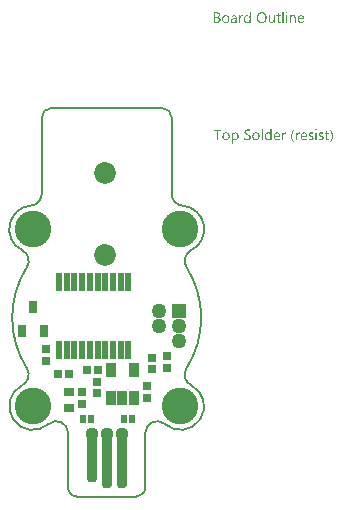
<source format=gts>
G04*
G04 #@! TF.GenerationSoftware,Altium Limited,Altium Designer,21.8.1 (53)*
G04*
G04 Layer_Color=8388736*
%FSAX25Y25*%
%MOIN*%
G70*
G04*
G04 #@! TF.SameCoordinates,18D3F597-79DD-4A29-BD4C-A2841DF7949F*
G04*
G04*
G04 #@! TF.FilePolarity,Negative*
G04*
G01*
G75*
%ADD12C,0.00787*%
%ADD25R,0.02953X0.04134*%
%ADD26R,0.03347X0.04528*%
%ADD27R,0.02165X0.05906*%
%ADD28R,0.02756X0.02559*%
G04:AMPARAMS|DCode=29|XSize=35.43mil|YSize=169.29mil|CornerRadius=13.82mil|HoleSize=0mil|Usage=FLASHONLY|Rotation=180.000|XOffset=0mil|YOffset=0mil|HoleType=Round|Shape=RoundedRectangle|*
%AMROUNDEDRECTD29*
21,1,0.03543,0.14165,0,0,180.0*
21,1,0.00780,0.16929,0,0,180.0*
1,1,0.02764,-0.00390,0.07083*
1,1,0.02764,0.00390,0.07083*
1,1,0.02764,0.00390,-0.07083*
1,1,0.02764,-0.00390,-0.07083*
%
%ADD29ROUNDEDRECTD29*%
G04:AMPARAMS|DCode=30|XSize=35.43mil|YSize=188.98mil|CornerRadius=13.82mil|HoleSize=0mil|Usage=FLASHONLY|Rotation=180.000|XOffset=0mil|YOffset=0mil|HoleType=Round|Shape=RoundedRectangle|*
%AMROUNDEDRECTD30*
21,1,0.03543,0.16134,0,0,180.0*
21,1,0.00780,0.18898,0,0,180.0*
1,1,0.02764,-0.00390,0.08067*
1,1,0.02764,0.00390,0.08067*
1,1,0.02764,0.00390,-0.08067*
1,1,0.02764,-0.00390,-0.08067*
%
%ADD30ROUNDEDRECTD30*%
%ADD31R,0.01968X0.03150*%
%ADD32R,0.03740X0.02953*%
%ADD33R,0.02756X0.02559*%
%ADD34R,0.02559X0.02756*%
%ADD35R,0.02559X0.02756*%
%ADD36C,0.07284*%
%ADD37C,0.12205*%
%ADD38C,0.04370*%
%ADD39C,0.00591*%
%ADD40R,0.04961X0.04961*%
%ADD41C,0.04961*%
G36*
X0060012Y0137578D02*
X0060037D01*
X0060093Y0137554D01*
X0060124Y0137535D01*
X0060155Y0137510D01*
X0060161Y0137504D01*
X0060167Y0137498D01*
X0060198Y0137461D01*
X0060223Y0137399D01*
X0060229Y0137362D01*
X0060235Y0137325D01*
Y0137319D01*
Y0137306D01*
X0060229Y0137287D01*
X0060223Y0137263D01*
X0060204Y0137201D01*
X0060179Y0137170D01*
X0060155Y0137139D01*
X0060148D01*
X0060142Y0137127D01*
X0060105Y0137102D01*
X0060049Y0137077D01*
X0060012Y0137071D01*
X0059975Y0137065D01*
X0059957D01*
X0059938Y0137071D01*
X0059913D01*
X0059851Y0137096D01*
X0059820Y0137108D01*
X0059789Y0137133D01*
Y0137139D01*
X0059777Y0137145D01*
X0059765Y0137164D01*
X0059752Y0137182D01*
X0059728Y0137244D01*
X0059721Y0137281D01*
X0059715Y0137325D01*
Y0137331D01*
Y0137343D01*
X0059721Y0137362D01*
X0059728Y0137393D01*
X0059746Y0137449D01*
X0059765Y0137479D01*
X0059789Y0137510D01*
X0059796Y0137517D01*
X0059802Y0137523D01*
X0059839Y0137548D01*
X0059901Y0137572D01*
X0059938Y0137585D01*
X0059994D01*
X0060012Y0137578D01*
D02*
G37*
G36*
X0048022Y0133914D02*
X0047620D01*
Y0134335D01*
X0047607D01*
Y0134329D01*
X0047595Y0134316D01*
X0047576Y0134292D01*
X0047558Y0134261D01*
X0047527Y0134223D01*
X0047490Y0134186D01*
X0047447Y0134143D01*
X0047397Y0134100D01*
X0047341Y0134050D01*
X0047273Y0134007D01*
X0047205Y0133970D01*
X0047125Y0133932D01*
X0047044Y0133902D01*
X0046951Y0133877D01*
X0046852Y0133864D01*
X0046747Y0133858D01*
X0046704D01*
X0046667Y0133864D01*
X0046630Y0133871D01*
X0046580Y0133877D01*
X0046475Y0133902D01*
X0046351Y0133939D01*
X0046227Y0134001D01*
X0046159Y0134038D01*
X0046103Y0134081D01*
X0046041Y0134137D01*
X0045986Y0134193D01*
Y0134199D01*
X0045973Y0134211D01*
X0045961Y0134230D01*
X0045942Y0134254D01*
X0045924Y0134285D01*
X0045899Y0134329D01*
X0045874Y0134378D01*
X0045849Y0134434D01*
X0045819Y0134496D01*
X0045794Y0134564D01*
X0045769Y0134638D01*
X0045750Y0134719D01*
X0045732Y0134805D01*
X0045720Y0134904D01*
X0045713Y0135003D01*
X0045707Y0135109D01*
Y0135115D01*
Y0135133D01*
Y0135170D01*
X0045713Y0135214D01*
X0045720Y0135263D01*
X0045726Y0135325D01*
X0045732Y0135393D01*
X0045744Y0135468D01*
X0045781Y0135629D01*
X0045837Y0135796D01*
X0045874Y0135876D01*
X0045918Y0135957D01*
X0045961Y0136031D01*
X0046017Y0136105D01*
X0046023Y0136111D01*
X0046029Y0136124D01*
X0046048Y0136142D01*
X0046072Y0136167D01*
X0046103Y0136192D01*
X0046147Y0136223D01*
X0046190Y0136260D01*
X0046240Y0136297D01*
X0046363Y0136365D01*
X0046506Y0136427D01*
X0046586Y0136446D01*
X0046673Y0136464D01*
X0046759Y0136477D01*
X0046859Y0136483D01*
X0046908D01*
X0046945Y0136477D01*
X0046982Y0136470D01*
X0047032Y0136464D01*
X0047143Y0136433D01*
X0047267Y0136384D01*
X0047329Y0136353D01*
X0047391Y0136310D01*
X0047453Y0136266D01*
X0047508Y0136211D01*
X0047558Y0136149D01*
X0047607Y0136074D01*
X0047620D01*
Y0137634D01*
X0048022D01*
Y0133914D01*
D02*
G37*
G36*
X0062290Y0136477D02*
X0062364Y0136470D01*
X0062457Y0136452D01*
X0062556Y0136421D01*
X0062661Y0136371D01*
X0062767Y0136303D01*
X0062810Y0136266D01*
X0062853Y0136217D01*
X0062866Y0136204D01*
X0062891Y0136167D01*
X0062922Y0136105D01*
X0062965Y0136019D01*
X0063002Y0135913D01*
X0063039Y0135783D01*
X0063064Y0135629D01*
X0063070Y0135449D01*
Y0133914D01*
X0062668D01*
Y0135344D01*
Y0135350D01*
Y0135381D01*
X0062661Y0135418D01*
Y0135468D01*
X0062649Y0135530D01*
X0062637Y0135598D01*
X0062618Y0135672D01*
X0062594Y0135746D01*
X0062563Y0135820D01*
X0062525Y0135889D01*
X0062476Y0135957D01*
X0062420Y0136019D01*
X0062358Y0136068D01*
X0062278Y0136105D01*
X0062191Y0136136D01*
X0062086Y0136142D01*
X0062073D01*
X0062036Y0136136D01*
X0061981Y0136130D01*
X0061913Y0136111D01*
X0061832Y0136087D01*
X0061745Y0136043D01*
X0061665Y0135988D01*
X0061585Y0135913D01*
X0061578Y0135901D01*
X0061554Y0135876D01*
X0061523Y0135827D01*
X0061485Y0135759D01*
X0061448Y0135678D01*
X0061417Y0135579D01*
X0061393Y0135468D01*
X0061386Y0135344D01*
Y0133914D01*
X0060984D01*
Y0136427D01*
X0061386D01*
Y0136006D01*
X0061399D01*
X0061405Y0136012D01*
X0061411Y0136025D01*
X0061430Y0136049D01*
X0061454Y0136081D01*
X0061479Y0136118D01*
X0061516Y0136155D01*
X0061560Y0136198D01*
X0061609Y0136248D01*
X0061665Y0136291D01*
X0061727Y0136334D01*
X0061795Y0136371D01*
X0061869Y0136408D01*
X0061944Y0136440D01*
X0062030Y0136464D01*
X0062123Y0136477D01*
X0062222Y0136483D01*
X0062259D01*
X0062290Y0136477D01*
D02*
G37*
G36*
X0045292Y0136464D02*
X0045367Y0136458D01*
X0045410Y0136446D01*
X0045441Y0136433D01*
Y0136019D01*
X0045435Y0136025D01*
X0045422Y0136031D01*
X0045398Y0136043D01*
X0045367Y0136062D01*
X0045323Y0136074D01*
X0045268Y0136087D01*
X0045206Y0136093D01*
X0045138Y0136099D01*
X0045125D01*
X0045094Y0136093D01*
X0045045Y0136087D01*
X0044989Y0136068D01*
X0044915Y0136037D01*
X0044847Y0135994D01*
X0044772Y0135932D01*
X0044704Y0135851D01*
X0044698Y0135839D01*
X0044680Y0135808D01*
X0044649Y0135752D01*
X0044618Y0135678D01*
X0044587Y0135585D01*
X0044556Y0135468D01*
X0044537Y0135338D01*
X0044531Y0135189D01*
Y0133914D01*
X0044129D01*
Y0136427D01*
X0044531D01*
Y0135907D01*
X0044543D01*
Y0135913D01*
X0044550Y0135919D01*
X0044562Y0135951D01*
X0044581Y0136000D01*
X0044611Y0136062D01*
X0044642Y0136124D01*
X0044692Y0136192D01*
X0044741Y0136260D01*
X0044803Y0136322D01*
X0044810Y0136328D01*
X0044834Y0136347D01*
X0044872Y0136371D01*
X0044921Y0136396D01*
X0044977Y0136421D01*
X0045045Y0136446D01*
X0045119Y0136464D01*
X0045200Y0136470D01*
X0045255D01*
X0045292Y0136464D01*
D02*
G37*
G36*
X0056032Y0133914D02*
X0055630D01*
Y0134310D01*
X0055617D01*
Y0134304D01*
X0055605Y0134292D01*
X0055593Y0134267D01*
X0055568Y0134242D01*
X0055512Y0134168D01*
X0055425Y0134087D01*
X0055376Y0134044D01*
X0055320Y0134001D01*
X0055258Y0133964D01*
X0055184Y0133926D01*
X0055110Y0133902D01*
X0055029Y0133877D01*
X0054936Y0133864D01*
X0054844Y0133858D01*
X0054806D01*
X0054763Y0133864D01*
X0054701Y0133877D01*
X0054633Y0133889D01*
X0054559Y0133914D01*
X0054478Y0133945D01*
X0054398Y0133994D01*
X0054311Y0134050D01*
X0054231Y0134118D01*
X0054157Y0134205D01*
X0054088Y0134310D01*
X0054027Y0134428D01*
X0053983Y0134570D01*
X0053958Y0134737D01*
X0053946Y0134824D01*
Y0134923D01*
Y0136427D01*
X0054342D01*
Y0134985D01*
Y0134979D01*
Y0134954D01*
X0054348Y0134911D01*
X0054355Y0134861D01*
X0054361Y0134799D01*
X0054373Y0134737D01*
X0054392Y0134663D01*
X0054417Y0134589D01*
X0054454Y0134514D01*
X0054491Y0134446D01*
X0054540Y0134378D01*
X0054602Y0134316D01*
X0054670Y0134267D01*
X0054751Y0134230D01*
X0054850Y0134199D01*
X0054955Y0134193D01*
X0054967D01*
X0055005Y0134199D01*
X0055060Y0134205D01*
X0055122Y0134217D01*
X0055203Y0134248D01*
X0055283Y0134285D01*
X0055364Y0134335D01*
X0055438Y0134409D01*
X0055444Y0134422D01*
X0055469Y0134446D01*
X0055500Y0134496D01*
X0055537Y0134564D01*
X0055568Y0134644D01*
X0055599Y0134743D01*
X0055624Y0134855D01*
X0055630Y0134979D01*
Y0136427D01*
X0056032D01*
Y0133914D01*
D02*
G37*
G36*
X0060167D02*
X0059765D01*
Y0136427D01*
X0060167D01*
Y0133914D01*
D02*
G37*
G36*
X0058948D02*
X0058545D01*
Y0137634D01*
X0058948D01*
Y0133914D01*
D02*
G37*
G36*
X0042569Y0136477D02*
X0042625Y0136470D01*
X0042693Y0136452D01*
X0042767Y0136433D01*
X0042847Y0136402D01*
X0042934Y0136365D01*
X0043014Y0136316D01*
X0043095Y0136254D01*
X0043169Y0136179D01*
X0043237Y0136087D01*
X0043293Y0135981D01*
X0043336Y0135858D01*
X0043361Y0135715D01*
X0043374Y0135548D01*
Y0133914D01*
X0042971D01*
Y0134304D01*
X0042959D01*
Y0134298D01*
X0042946Y0134285D01*
X0042934Y0134261D01*
X0042909Y0134236D01*
X0042847Y0134162D01*
X0042767Y0134081D01*
X0042656Y0134001D01*
X0042526Y0133926D01*
X0042445Y0133902D01*
X0042364Y0133877D01*
X0042278Y0133864D01*
X0042185Y0133858D01*
X0042148D01*
X0042123Y0133864D01*
X0042055Y0133871D01*
X0041975Y0133883D01*
X0041875Y0133908D01*
X0041783Y0133939D01*
X0041684Y0133988D01*
X0041597Y0134050D01*
X0041591Y0134063D01*
X0041566Y0134087D01*
X0041529Y0134131D01*
X0041492Y0134193D01*
X0041455Y0134267D01*
X0041418Y0134353D01*
X0041393Y0134459D01*
X0041387Y0134576D01*
Y0134582D01*
Y0134607D01*
X0041393Y0134644D01*
X0041399Y0134688D01*
X0041411Y0134743D01*
X0041430Y0134805D01*
X0041455Y0134873D01*
X0041492Y0134941D01*
X0041535Y0135016D01*
X0041591Y0135090D01*
X0041659Y0135158D01*
X0041739Y0135220D01*
X0041832Y0135282D01*
X0041944Y0135331D01*
X0042067Y0135369D01*
X0042216Y0135400D01*
X0042971Y0135505D01*
Y0135511D01*
Y0135530D01*
X0042965Y0135567D01*
Y0135604D01*
X0042953Y0135653D01*
X0042946Y0135709D01*
X0042909Y0135827D01*
X0042878Y0135882D01*
X0042847Y0135938D01*
X0042804Y0135994D01*
X0042755Y0136043D01*
X0042693Y0136087D01*
X0042625Y0136118D01*
X0042544Y0136136D01*
X0042451Y0136142D01*
X0042408D01*
X0042377Y0136136D01*
X0042334D01*
X0042290Y0136124D01*
X0042179Y0136105D01*
X0042055Y0136068D01*
X0041919Y0136012D01*
X0041845Y0135975D01*
X0041776Y0135938D01*
X0041702Y0135889D01*
X0041634Y0135833D01*
Y0136248D01*
X0041640D01*
X0041653Y0136260D01*
X0041671Y0136272D01*
X0041702Y0136285D01*
X0041733Y0136303D01*
X0041776Y0136322D01*
X0041826Y0136340D01*
X0041882Y0136365D01*
X0042006Y0136408D01*
X0042154Y0136446D01*
X0042315Y0136470D01*
X0042488Y0136483D01*
X0042526D01*
X0042569Y0136477D01*
D02*
G37*
G36*
X0036880Y0137424D02*
X0036924D01*
X0036967Y0137417D01*
X0037066Y0137405D01*
X0037183Y0137374D01*
X0037307Y0137337D01*
X0037425Y0137281D01*
X0037530Y0137207D01*
X0037536D01*
X0037543Y0137195D01*
X0037574Y0137170D01*
X0037617Y0137120D01*
X0037666Y0137052D01*
X0037710Y0136966D01*
X0037753Y0136867D01*
X0037784Y0136755D01*
X0037796Y0136693D01*
Y0136625D01*
Y0136619D01*
Y0136613D01*
Y0136576D01*
X0037790Y0136520D01*
X0037778Y0136452D01*
X0037759Y0136365D01*
X0037728Y0136278D01*
X0037691Y0136192D01*
X0037635Y0136105D01*
X0037629Y0136093D01*
X0037604Y0136068D01*
X0037567Y0136031D01*
X0037518Y0135981D01*
X0037456Y0135932D01*
X0037382Y0135876D01*
X0037289Y0135833D01*
X0037190Y0135790D01*
Y0135783D01*
X0037208D01*
X0037227Y0135777D01*
X0037245Y0135771D01*
X0037314Y0135759D01*
X0037394Y0135734D01*
X0037481Y0135697D01*
X0037574Y0135653D01*
X0037666Y0135591D01*
X0037753Y0135511D01*
X0037765Y0135499D01*
X0037790Y0135468D01*
X0037821Y0135424D01*
X0037864Y0135356D01*
X0037901Y0135270D01*
X0037939Y0135170D01*
X0037964Y0135053D01*
X0037970Y0134923D01*
Y0134917D01*
Y0134904D01*
Y0134880D01*
X0037964Y0134849D01*
X0037957Y0134811D01*
X0037951Y0134768D01*
X0037926Y0134663D01*
X0037889Y0134545D01*
X0037833Y0134422D01*
X0037796Y0134366D01*
X0037753Y0134304D01*
X0037697Y0134248D01*
X0037642Y0134193D01*
X0037635D01*
X0037629Y0134180D01*
X0037611Y0134168D01*
X0037586Y0134149D01*
X0037555Y0134131D01*
X0037512Y0134106D01*
X0037419Y0134056D01*
X0037301Y0134001D01*
X0037165Y0133957D01*
X0037004Y0133926D01*
X0036924Y0133920D01*
X0036831Y0133914D01*
X0035803D01*
Y0137430D01*
X0036849D01*
X0036880Y0137424D01*
D02*
G37*
G36*
X0057375Y0136427D02*
X0058013D01*
Y0136081D01*
X0057375D01*
Y0134663D01*
Y0134651D01*
Y0134620D01*
X0057381Y0134576D01*
X0057388Y0134521D01*
X0057412Y0134403D01*
X0057431Y0134347D01*
X0057462Y0134304D01*
X0057468Y0134298D01*
X0057481Y0134285D01*
X0057499Y0134273D01*
X0057530Y0134254D01*
X0057567Y0134230D01*
X0057617Y0134217D01*
X0057679Y0134205D01*
X0057747Y0134199D01*
X0057771D01*
X0057802Y0134205D01*
X0057840Y0134211D01*
X0057926Y0134236D01*
X0057969Y0134254D01*
X0058013Y0134279D01*
Y0133932D01*
X0058007D01*
X0057988Y0133920D01*
X0057957Y0133914D01*
X0057914Y0133902D01*
X0057858Y0133889D01*
X0057796Y0133877D01*
X0057722Y0133871D01*
X0057635Y0133864D01*
X0057604D01*
X0057573Y0133871D01*
X0057530Y0133877D01*
X0057481Y0133889D01*
X0057425Y0133902D01*
X0057369Y0133926D01*
X0057307Y0133957D01*
X0057245Y0133994D01*
X0057183Y0134044D01*
X0057128Y0134100D01*
X0057078Y0134174D01*
X0057035Y0134254D01*
X0057004Y0134353D01*
X0056979Y0134465D01*
X0056973Y0134595D01*
Y0136081D01*
X0056546D01*
Y0136427D01*
X0056973D01*
Y0137040D01*
X0057375Y0137170D01*
Y0136427D01*
D02*
G37*
G36*
X0064902Y0136477D02*
X0064946Y0136470D01*
X0064989Y0136464D01*
X0065100Y0136446D01*
X0065224Y0136402D01*
X0065348Y0136347D01*
X0065410Y0136310D01*
X0065472Y0136266D01*
X0065527Y0136217D01*
X0065583Y0136161D01*
X0065589Y0136155D01*
X0065596Y0136149D01*
X0065608Y0136130D01*
X0065627Y0136105D01*
X0065645Y0136068D01*
X0065670Y0136031D01*
X0065695Y0135988D01*
X0065719Y0135932D01*
X0065744Y0135870D01*
X0065769Y0135808D01*
X0065794Y0135734D01*
X0065812Y0135653D01*
X0065831Y0135567D01*
X0065843Y0135480D01*
X0065856Y0135381D01*
Y0135276D01*
Y0135065D01*
X0064079D01*
Y0135059D01*
Y0135047D01*
Y0135028D01*
X0064085Y0134997D01*
X0064091Y0134960D01*
Y0134923D01*
X0064110Y0134824D01*
X0064141Y0134725D01*
X0064178Y0134613D01*
X0064234Y0134508D01*
X0064302Y0134415D01*
X0064314Y0134403D01*
X0064339Y0134378D01*
X0064389Y0134347D01*
X0064457Y0134304D01*
X0064543Y0134261D01*
X0064642Y0134230D01*
X0064760Y0134205D01*
X0064896Y0134193D01*
X0064939D01*
X0064970Y0134199D01*
X0065008D01*
X0065051Y0134205D01*
X0065156Y0134230D01*
X0065274Y0134261D01*
X0065404Y0134310D01*
X0065540Y0134378D01*
X0065608Y0134422D01*
X0065676Y0134471D01*
Y0134093D01*
X0065670D01*
X0065664Y0134081D01*
X0065645Y0134075D01*
X0065614Y0134056D01*
X0065583Y0134038D01*
X0065546Y0134019D01*
X0065497Y0134001D01*
X0065447Y0133976D01*
X0065385Y0133951D01*
X0065317Y0133932D01*
X0065168Y0133895D01*
X0064995Y0133871D01*
X0064803Y0133858D01*
X0064754D01*
X0064717Y0133864D01*
X0064673Y0133871D01*
X0064618Y0133877D01*
X0064500Y0133902D01*
X0064364Y0133939D01*
X0064228Y0134001D01*
X0064160Y0134044D01*
X0064091Y0134087D01*
X0064030Y0134137D01*
X0063968Y0134199D01*
X0063961Y0134205D01*
X0063955Y0134217D01*
X0063943Y0134236D01*
X0063918Y0134261D01*
X0063899Y0134298D01*
X0063875Y0134341D01*
X0063844Y0134391D01*
X0063819Y0134446D01*
X0063788Y0134508D01*
X0063763Y0134582D01*
X0063732Y0134663D01*
X0063714Y0134750D01*
X0063695Y0134843D01*
X0063677Y0134941D01*
X0063670Y0135047D01*
X0063664Y0135158D01*
Y0135164D01*
Y0135183D01*
Y0135214D01*
X0063670Y0135257D01*
X0063677Y0135307D01*
X0063683Y0135362D01*
X0063689Y0135431D01*
X0063708Y0135499D01*
X0063745Y0135647D01*
X0063801Y0135808D01*
X0063838Y0135889D01*
X0063887Y0135963D01*
X0063937Y0136043D01*
X0063992Y0136111D01*
X0063999Y0136118D01*
X0064011Y0136130D01*
X0064030Y0136149D01*
X0064054Y0136167D01*
X0064085Y0136198D01*
X0064122Y0136229D01*
X0064172Y0136260D01*
X0064221Y0136297D01*
X0064339Y0136365D01*
X0064481Y0136427D01*
X0064562Y0136446D01*
X0064642Y0136464D01*
X0064729Y0136477D01*
X0064822Y0136483D01*
X0064871D01*
X0064902Y0136477D01*
D02*
G37*
G36*
X0051860Y0137486D02*
X0051922Y0137479D01*
X0051996Y0137467D01*
X0052077Y0137449D01*
X0052163Y0137430D01*
X0052250Y0137405D01*
X0052349Y0137374D01*
X0052442Y0137331D01*
X0052541Y0137281D01*
X0052640Y0137226D01*
X0052733Y0137157D01*
X0052826Y0137083D01*
X0052912Y0136997D01*
X0052918Y0136990D01*
X0052931Y0136972D01*
X0052956Y0136947D01*
X0052980Y0136910D01*
X0053017Y0136860D01*
X0053055Y0136799D01*
X0053092Y0136730D01*
X0053135Y0136656D01*
X0053179Y0136563D01*
X0053216Y0136470D01*
X0053253Y0136365D01*
X0053290Y0136248D01*
X0053315Y0136130D01*
X0053339Y0136000D01*
X0053352Y0135858D01*
X0053358Y0135715D01*
Y0135703D01*
Y0135678D01*
Y0135635D01*
X0053352Y0135573D01*
X0053346Y0135499D01*
X0053333Y0135418D01*
X0053321Y0135325D01*
X0053302Y0135220D01*
X0053277Y0135115D01*
X0053247Y0135003D01*
X0053209Y0134892D01*
X0053166Y0134781D01*
X0053110Y0134663D01*
X0053048Y0134558D01*
X0052980Y0134452D01*
X0052900Y0134353D01*
X0052894Y0134347D01*
X0052881Y0134335D01*
X0052850Y0134310D01*
X0052819Y0134279D01*
X0052770Y0134236D01*
X0052714Y0134199D01*
X0052652Y0134149D01*
X0052578Y0134106D01*
X0052498Y0134063D01*
X0052405Y0134013D01*
X0052306Y0133976D01*
X0052194Y0133939D01*
X0052077Y0133902D01*
X0051953Y0133877D01*
X0051823Y0133864D01*
X0051680Y0133858D01*
X0051649D01*
X0051606Y0133864D01*
X0051557D01*
X0051495Y0133871D01*
X0051420Y0133883D01*
X0051340Y0133902D01*
X0051247Y0133920D01*
X0051154Y0133945D01*
X0051055Y0133976D01*
X0050956Y0134019D01*
X0050857Y0134063D01*
X0050758Y0134118D01*
X0050659Y0134186D01*
X0050566Y0134261D01*
X0050480Y0134347D01*
X0050473Y0134353D01*
X0050461Y0134372D01*
X0050436Y0134397D01*
X0050411Y0134434D01*
X0050374Y0134483D01*
X0050337Y0134545D01*
X0050300Y0134613D01*
X0050257Y0134694D01*
X0050213Y0134781D01*
X0050176Y0134873D01*
X0050139Y0134979D01*
X0050102Y0135096D01*
X0050077Y0135214D01*
X0050052Y0135344D01*
X0050040Y0135486D01*
X0050034Y0135629D01*
Y0135641D01*
Y0135666D01*
X0050040Y0135709D01*
Y0135771D01*
X0050046Y0135839D01*
X0050059Y0135926D01*
X0050071Y0136019D01*
X0050090Y0136118D01*
X0050114Y0136223D01*
X0050145Y0136334D01*
X0050182Y0136446D01*
X0050226Y0136557D01*
X0050282Y0136669D01*
X0050344Y0136780D01*
X0050411Y0136885D01*
X0050492Y0136984D01*
X0050498Y0136990D01*
X0050511Y0137009D01*
X0050542Y0137034D01*
X0050579Y0137065D01*
X0050622Y0137102D01*
X0050678Y0137145D01*
X0050746Y0137188D01*
X0050820Y0137238D01*
X0050907Y0137287D01*
X0051000Y0137331D01*
X0051099Y0137374D01*
X0051210Y0137411D01*
X0051334Y0137442D01*
X0051464Y0137473D01*
X0051600Y0137486D01*
X0051742Y0137492D01*
X0051810D01*
X0051860Y0137486D01*
D02*
G37*
G36*
X0039833Y0136477D02*
X0039876Y0136470D01*
X0039932Y0136464D01*
X0040056Y0136440D01*
X0040198Y0136396D01*
X0040340Y0136334D01*
X0040415Y0136297D01*
X0040483Y0136254D01*
X0040551Y0136198D01*
X0040613Y0136136D01*
X0040619Y0136130D01*
X0040625Y0136118D01*
X0040644Y0136099D01*
X0040662Y0136074D01*
X0040687Y0136037D01*
X0040712Y0135994D01*
X0040743Y0135944D01*
X0040774Y0135889D01*
X0040799Y0135820D01*
X0040829Y0135752D01*
X0040854Y0135672D01*
X0040879Y0135585D01*
X0040898Y0135492D01*
X0040916Y0135393D01*
X0040922Y0135288D01*
X0040929Y0135177D01*
Y0135170D01*
Y0135152D01*
Y0135121D01*
X0040922Y0135078D01*
X0040916Y0135028D01*
X0040910Y0134966D01*
X0040898Y0134904D01*
X0040885Y0134830D01*
X0040848Y0134681D01*
X0040786Y0134521D01*
X0040749Y0134440D01*
X0040699Y0134360D01*
X0040650Y0134285D01*
X0040588Y0134217D01*
X0040582Y0134211D01*
X0040569Y0134205D01*
X0040551Y0134186D01*
X0040526Y0134162D01*
X0040489Y0134137D01*
X0040452Y0134106D01*
X0040402Y0134069D01*
X0040347Y0134038D01*
X0040285Y0134007D01*
X0040217Y0133970D01*
X0040142Y0133939D01*
X0040062Y0133914D01*
X0039975Y0133889D01*
X0039882Y0133877D01*
X0039783Y0133864D01*
X0039678Y0133858D01*
X0039622D01*
X0039585Y0133864D01*
X0039542Y0133871D01*
X0039486Y0133877D01*
X0039424Y0133889D01*
X0039356Y0133902D01*
X0039214Y0133945D01*
X0039065Y0134007D01*
X0038991Y0134044D01*
X0038923Y0134093D01*
X0038855Y0134143D01*
X0038787Y0134205D01*
X0038781Y0134211D01*
X0038774Y0134223D01*
X0038756Y0134242D01*
X0038737Y0134267D01*
X0038712Y0134304D01*
X0038682Y0134347D01*
X0038651Y0134397D01*
X0038626Y0134452D01*
X0038595Y0134521D01*
X0038564Y0134589D01*
X0038533Y0134663D01*
X0038508Y0134750D01*
X0038471Y0134935D01*
X0038465Y0135034D01*
X0038459Y0135140D01*
Y0135146D01*
Y0135170D01*
Y0135202D01*
X0038465Y0135245D01*
X0038471Y0135294D01*
X0038477Y0135356D01*
X0038490Y0135424D01*
X0038502Y0135499D01*
X0038539Y0135660D01*
X0038601Y0135820D01*
X0038644Y0135901D01*
X0038688Y0135981D01*
X0038737Y0136056D01*
X0038799Y0136124D01*
X0038805Y0136130D01*
X0038818Y0136142D01*
X0038836Y0136155D01*
X0038861Y0136179D01*
X0038898Y0136204D01*
X0038941Y0136235D01*
X0038991Y0136272D01*
X0039047Y0136303D01*
X0039109Y0136334D01*
X0039183Y0136371D01*
X0039257Y0136402D01*
X0039344Y0136427D01*
X0039430Y0136452D01*
X0039529Y0136470D01*
X0039635Y0136477D01*
X0039740Y0136483D01*
X0039796D01*
X0039833Y0136477D01*
D02*
G37*
G36*
X0069830Y0098517D02*
X0069854D01*
X0069910Y0098492D01*
X0069941Y0098473D01*
X0069972Y0098448D01*
X0069978Y0098442D01*
X0069984Y0098436D01*
X0070015Y0098399D01*
X0070040Y0098337D01*
X0070046Y0098300D01*
X0070052Y0098263D01*
Y0098257D01*
Y0098244D01*
X0070046Y0098226D01*
X0070040Y0098201D01*
X0070021Y0098139D01*
X0069997Y0098108D01*
X0069972Y0098077D01*
X0069966D01*
X0069960Y0098065D01*
X0069922Y0098040D01*
X0069867Y0098015D01*
X0069830Y0098009D01*
X0069792Y0098003D01*
X0069774D01*
X0069755Y0098009D01*
X0069731D01*
X0069669Y0098034D01*
X0069638Y0098046D01*
X0069607Y0098071D01*
Y0098077D01*
X0069594Y0098083D01*
X0069582Y0098102D01*
X0069570Y0098120D01*
X0069545Y0098182D01*
X0069539Y0098220D01*
X0069532Y0098263D01*
Y0098269D01*
Y0098281D01*
X0069539Y0098300D01*
X0069545Y0098331D01*
X0069563Y0098387D01*
X0069582Y0098418D01*
X0069607Y0098448D01*
X0069613Y0098455D01*
X0069619Y0098461D01*
X0069656Y0098486D01*
X0069718Y0098510D01*
X0069755Y0098523D01*
X0069811D01*
X0069830Y0098517D01*
D02*
G37*
G36*
X0047261Y0098424D02*
X0047310D01*
X0047422Y0098411D01*
X0047546Y0098399D01*
X0047669Y0098374D01*
X0047787Y0098343D01*
X0047837Y0098325D01*
X0047886Y0098300D01*
Y0097836D01*
X0047880D01*
X0047874Y0097848D01*
X0047855Y0097854D01*
X0047830Y0097873D01*
X0047799Y0097885D01*
X0047762Y0097904D01*
X0047669Y0097947D01*
X0047558Y0097984D01*
X0047422Y0098021D01*
X0047261Y0098046D01*
X0047087Y0098052D01*
X0047038D01*
X0047001Y0098046D01*
X0046964D01*
X0046914Y0098040D01*
X0046815Y0098021D01*
X0046809D01*
X0046790Y0098015D01*
X0046766Y0098009D01*
X0046735Y0098003D01*
X0046660Y0097972D01*
X0046574Y0097935D01*
X0046567D01*
X0046555Y0097922D01*
X0046537Y0097910D01*
X0046512Y0097891D01*
X0046456Y0097836D01*
X0046400Y0097768D01*
Y0097761D01*
X0046388Y0097749D01*
X0046382Y0097730D01*
X0046369Y0097699D01*
X0046357Y0097662D01*
X0046351Y0097625D01*
X0046338Y0097526D01*
Y0097520D01*
Y0097501D01*
Y0097477D01*
X0046345Y0097446D01*
X0046357Y0097372D01*
X0046388Y0097291D01*
Y0097285D01*
X0046400Y0097272D01*
X0046407Y0097254D01*
X0046425Y0097229D01*
X0046475Y0097173D01*
X0046537Y0097111D01*
X0046543Y0097105D01*
X0046555Y0097099D01*
X0046574Y0097080D01*
X0046605Y0097062D01*
X0046642Y0097037D01*
X0046679Y0097012D01*
X0046778Y0096951D01*
X0046784Y0096944D01*
X0046803Y0096938D01*
X0046834Y0096920D01*
X0046871Y0096901D01*
X0046920Y0096876D01*
X0046976Y0096851D01*
X0047100Y0096790D01*
X0047106Y0096783D01*
X0047131Y0096771D01*
X0047168Y0096752D01*
X0047218Y0096728D01*
X0047273Y0096703D01*
X0047335Y0096666D01*
X0047459Y0096592D01*
X0047465Y0096585D01*
X0047490Y0096573D01*
X0047521Y0096554D01*
X0047564Y0096523D01*
X0047657Y0096449D01*
X0047756Y0096363D01*
X0047762Y0096356D01*
X0047781Y0096344D01*
X0047799Y0096313D01*
X0047830Y0096282D01*
X0047861Y0096239D01*
X0047898Y0096195D01*
X0047960Y0096084D01*
X0047967Y0096078D01*
X0047973Y0096059D01*
X0047985Y0096028D01*
X0047997Y0095985D01*
X0048010Y0095935D01*
X0048022Y0095873D01*
X0048035Y0095812D01*
Y0095737D01*
Y0095725D01*
Y0095694D01*
X0048028Y0095644D01*
X0048022Y0095582D01*
X0048010Y0095514D01*
X0047991Y0095440D01*
X0047967Y0095366D01*
X0047929Y0095298D01*
X0047923Y0095292D01*
X0047911Y0095267D01*
X0047886Y0095236D01*
X0047861Y0095193D01*
X0047818Y0095149D01*
X0047775Y0095100D01*
X0047719Y0095050D01*
X0047657Y0095001D01*
X0047651Y0094994D01*
X0047626Y0094982D01*
X0047589Y0094964D01*
X0047539Y0094939D01*
X0047484Y0094914D01*
X0047416Y0094889D01*
X0047335Y0094864D01*
X0047255Y0094846D01*
X0047242D01*
X0047218Y0094840D01*
X0047174Y0094834D01*
X0047112Y0094821D01*
X0047044Y0094815D01*
X0046964Y0094803D01*
X0046877Y0094796D01*
X0046729D01*
X0046660Y0094803D01*
X0046574Y0094809D01*
X0046555D01*
X0046530Y0094815D01*
X0046499Y0094821D01*
X0046419Y0094827D01*
X0046326Y0094846D01*
X0046320D01*
X0046301Y0094852D01*
X0046277Y0094858D01*
X0046246Y0094864D01*
X0046171Y0094883D01*
X0046085Y0094908D01*
X0046079D01*
X0046066Y0094914D01*
X0046048Y0094920D01*
X0046023Y0094933D01*
X0045961Y0094957D01*
X0045899Y0094994D01*
Y0095477D01*
X0045905Y0095471D01*
X0045918Y0095465D01*
X0045930Y0095452D01*
X0045955Y0095434D01*
X0046023Y0095391D01*
X0046103Y0095341D01*
X0046110D01*
X0046122Y0095335D01*
X0046147Y0095323D01*
X0046178Y0095310D01*
X0046258Y0095273D01*
X0046345Y0095242D01*
X0046351D01*
X0046369Y0095236D01*
X0046394Y0095230D01*
X0046425Y0095223D01*
X0046512Y0095199D01*
X0046605Y0095180D01*
X0046630D01*
X0046654Y0095174D01*
X0046685D01*
X0046759Y0095168D01*
X0046846Y0095162D01*
X0046908D01*
X0046976Y0095168D01*
X0047063Y0095180D01*
X0047156Y0095193D01*
X0047249Y0095217D01*
X0047335Y0095254D01*
X0047416Y0095298D01*
X0047422Y0095304D01*
X0047447Y0095323D01*
X0047477Y0095360D01*
X0047508Y0095403D01*
X0047546Y0095459D01*
X0047570Y0095533D01*
X0047595Y0095613D01*
X0047601Y0095706D01*
Y0095713D01*
Y0095731D01*
Y0095756D01*
X0047595Y0095793D01*
X0047576Y0095873D01*
X0047539Y0095954D01*
Y0095960D01*
X0047527Y0095973D01*
X0047515Y0095991D01*
X0047496Y0096016D01*
X0047440Y0096078D01*
X0047366Y0096146D01*
X0047360Y0096152D01*
X0047348Y0096164D01*
X0047323Y0096177D01*
X0047292Y0096201D01*
X0047255Y0096226D01*
X0047211Y0096257D01*
X0047106Y0096313D01*
X0047100Y0096319D01*
X0047081Y0096325D01*
X0047050Y0096344D01*
X0047007Y0096363D01*
X0046964Y0096393D01*
X0046908Y0096418D01*
X0046778Y0096486D01*
X0046772Y0096492D01*
X0046747Y0096505D01*
X0046710Y0096523D01*
X0046667Y0096542D01*
X0046617Y0096573D01*
X0046561Y0096604D01*
X0046438Y0096672D01*
X0046431Y0096678D01*
X0046413Y0096690D01*
X0046382Y0096709D01*
X0046345Y0096734D01*
X0046252Y0096802D01*
X0046159Y0096882D01*
X0046153Y0096889D01*
X0046140Y0096901D01*
X0046116Y0096926D01*
X0046091Y0096957D01*
X0046060Y0097000D01*
X0046029Y0097043D01*
X0045973Y0097142D01*
Y0097149D01*
X0045961Y0097167D01*
X0045955Y0097198D01*
X0045942Y0097241D01*
X0045930Y0097291D01*
X0045918Y0097353D01*
X0045911Y0097415D01*
X0045905Y0097489D01*
Y0097501D01*
Y0097532D01*
X0045911Y0097576D01*
X0045918Y0097631D01*
X0045930Y0097699D01*
X0045949Y0097768D01*
X0045973Y0097836D01*
X0046010Y0097904D01*
X0046017Y0097910D01*
X0046029Y0097935D01*
X0046054Y0097966D01*
X0046085Y0098009D01*
X0046122Y0098052D01*
X0046171Y0098102D01*
X0046227Y0098151D01*
X0046289Y0098195D01*
X0046295Y0098201D01*
X0046320Y0098213D01*
X0046357Y0098238D01*
X0046400Y0098263D01*
X0046462Y0098288D01*
X0046524Y0098318D01*
X0046599Y0098343D01*
X0046679Y0098368D01*
X0046691D01*
X0046716Y0098380D01*
X0046759Y0098387D01*
X0046821Y0098399D01*
X0046889Y0098411D01*
X0046964Y0098418D01*
X0047131Y0098430D01*
X0047218D01*
X0047261Y0098424D01*
D02*
G37*
G36*
X0054992Y0094852D02*
X0054590D01*
Y0095273D01*
X0054577D01*
Y0095267D01*
X0054565Y0095254D01*
X0054546Y0095230D01*
X0054528Y0095199D01*
X0054497Y0095162D01*
X0054460Y0095125D01*
X0054417Y0095081D01*
X0054367Y0095038D01*
X0054311Y0094988D01*
X0054243Y0094945D01*
X0054175Y0094908D01*
X0054095Y0094871D01*
X0054014Y0094840D01*
X0053921Y0094815D01*
X0053822Y0094803D01*
X0053717Y0094796D01*
X0053674D01*
X0053636Y0094803D01*
X0053599Y0094809D01*
X0053550Y0094815D01*
X0053445Y0094840D01*
X0053321Y0094877D01*
X0053197Y0094939D01*
X0053129Y0094976D01*
X0053073Y0095019D01*
X0053011Y0095075D01*
X0052956Y0095131D01*
Y0095137D01*
X0052943Y0095149D01*
X0052931Y0095168D01*
X0052912Y0095193D01*
X0052894Y0095223D01*
X0052869Y0095267D01*
X0052844Y0095316D01*
X0052819Y0095372D01*
X0052789Y0095434D01*
X0052764Y0095502D01*
X0052739Y0095576D01*
X0052720Y0095657D01*
X0052702Y0095744D01*
X0052689Y0095842D01*
X0052683Y0095942D01*
X0052677Y0096047D01*
Y0096053D01*
Y0096072D01*
Y0096109D01*
X0052683Y0096152D01*
X0052689Y0096201D01*
X0052696Y0096263D01*
X0052702Y0096332D01*
X0052714Y0096406D01*
X0052751Y0096567D01*
X0052807Y0096734D01*
X0052844Y0096814D01*
X0052887Y0096895D01*
X0052931Y0096969D01*
X0052987Y0097043D01*
X0052993Y0097050D01*
X0052999Y0097062D01*
X0053017Y0097080D01*
X0053042Y0097105D01*
X0053073Y0097130D01*
X0053117Y0097161D01*
X0053160Y0097198D01*
X0053209Y0097235D01*
X0053333Y0097303D01*
X0053476Y0097365D01*
X0053556Y0097384D01*
X0053643Y0097402D01*
X0053729Y0097415D01*
X0053828Y0097421D01*
X0053878D01*
X0053915Y0097415D01*
X0053952Y0097409D01*
X0054002Y0097402D01*
X0054113Y0097372D01*
X0054237Y0097322D01*
X0054299Y0097291D01*
X0054361Y0097248D01*
X0054423Y0097204D01*
X0054478Y0097149D01*
X0054528Y0097087D01*
X0054577Y0097012D01*
X0054590D01*
Y0098572D01*
X0054992D01*
Y0094852D01*
D02*
G37*
G36*
X0043045Y0097415D02*
X0043089Y0097409D01*
X0043132Y0097402D01*
X0043244Y0097378D01*
X0043367Y0097341D01*
X0043491Y0097279D01*
X0043553Y0097241D01*
X0043615Y0097192D01*
X0043671Y0097142D01*
X0043726Y0097080D01*
X0043733Y0097074D01*
X0043739Y0097068D01*
X0043751Y0097043D01*
X0043770Y0097019D01*
X0043788Y0096988D01*
X0043813Y0096944D01*
X0043838Y0096895D01*
X0043863Y0096845D01*
X0043887Y0096783D01*
X0043912Y0096715D01*
X0043937Y0096641D01*
X0043955Y0096561D01*
X0043986Y0096381D01*
X0043999Y0096282D01*
Y0096177D01*
Y0096171D01*
Y0096152D01*
Y0096115D01*
X0043992Y0096072D01*
Y0096022D01*
X0043980Y0095960D01*
X0043974Y0095892D01*
X0043962Y0095818D01*
X0043924Y0095657D01*
X0043869Y0095490D01*
X0043832Y0095409D01*
X0043794Y0095329D01*
X0043745Y0095248D01*
X0043689Y0095174D01*
X0043683Y0095168D01*
X0043677Y0095155D01*
X0043658Y0095137D01*
X0043633Y0095118D01*
X0043602Y0095087D01*
X0043565Y0095056D01*
X0043522Y0095019D01*
X0043473Y0094988D01*
X0043417Y0094951D01*
X0043355Y0094914D01*
X0043206Y0094858D01*
X0043126Y0094834D01*
X0043045Y0094815D01*
X0042953Y0094803D01*
X0042854Y0094796D01*
X0042804D01*
X0042773Y0094803D01*
X0042730Y0094809D01*
X0042686Y0094821D01*
X0042575Y0094846D01*
X0042457Y0094895D01*
X0042389Y0094933D01*
X0042327Y0094970D01*
X0042265Y0095019D01*
X0042210Y0095075D01*
X0042148Y0095137D01*
X0042098Y0095211D01*
X0042086D01*
Y0093701D01*
X0041684D01*
Y0097365D01*
X0042086D01*
Y0096920D01*
X0042098D01*
X0042105Y0096926D01*
X0042111Y0096944D01*
X0042129Y0096969D01*
X0042154Y0097000D01*
X0042185Y0097037D01*
X0042222Y0097080D01*
X0042265Y0097124D01*
X0042321Y0097173D01*
X0042377Y0097217D01*
X0042439Y0097260D01*
X0042513Y0097303D01*
X0042587Y0097341D01*
X0042674Y0097378D01*
X0042767Y0097402D01*
X0042860Y0097415D01*
X0042965Y0097421D01*
X0043014D01*
X0043045Y0097415D01*
D02*
G37*
G36*
X0071736D02*
X0071817Y0097409D01*
X0071903Y0097396D01*
X0072002Y0097372D01*
X0072101Y0097347D01*
X0072200Y0097310D01*
Y0096901D01*
X0072188Y0096907D01*
X0072151Y0096932D01*
X0072095Y0096957D01*
X0072021Y0096994D01*
X0071928Y0097025D01*
X0071817Y0097056D01*
X0071693Y0097074D01*
X0071563Y0097080D01*
X0071495D01*
X0071433Y0097068D01*
X0071359Y0097056D01*
X0071352D01*
X0071346Y0097050D01*
X0071309Y0097037D01*
X0071259Y0097012D01*
X0071204Y0096982D01*
X0071191Y0096975D01*
X0071167Y0096951D01*
X0071136Y0096913D01*
X0071105Y0096870D01*
X0071099Y0096858D01*
X0071086Y0096827D01*
X0071074Y0096783D01*
X0071068Y0096728D01*
Y0096722D01*
Y0096709D01*
Y0096690D01*
X0071074Y0096672D01*
X0071086Y0096616D01*
X0071105Y0096561D01*
X0071111Y0096548D01*
X0071130Y0096523D01*
X0071167Y0096486D01*
X0071210Y0096443D01*
X0071216D01*
X0071222Y0096437D01*
X0071259Y0096412D01*
X0071309Y0096381D01*
X0071377Y0096350D01*
X0071383D01*
X0071396Y0096344D01*
X0071414Y0096338D01*
X0071445Y0096325D01*
X0071513Y0096301D01*
X0071600Y0096263D01*
X0071606D01*
X0071631Y0096251D01*
X0071662Y0096239D01*
X0071699Y0096226D01*
X0071798Y0096183D01*
X0071897Y0096134D01*
X0071903D01*
X0071922Y0096121D01*
X0071947Y0096109D01*
X0071978Y0096090D01*
X0072052Y0096041D01*
X0072126Y0095979D01*
X0072132Y0095973D01*
X0072145Y0095966D01*
X0072157Y0095948D01*
X0072182Y0095923D01*
X0072225Y0095861D01*
X0072268Y0095781D01*
Y0095774D01*
X0072275Y0095762D01*
X0072287Y0095737D01*
X0072293Y0095706D01*
X0072306Y0095669D01*
X0072312Y0095626D01*
X0072318Y0095521D01*
Y0095514D01*
Y0095490D01*
X0072312Y0095452D01*
X0072306Y0095409D01*
X0072299Y0095360D01*
X0072281Y0095304D01*
X0072262Y0095254D01*
X0072231Y0095199D01*
X0072225Y0095193D01*
X0072219Y0095174D01*
X0072200Y0095149D01*
X0072176Y0095118D01*
X0072145Y0095081D01*
X0072107Y0095044D01*
X0072015Y0094970D01*
X0072009Y0094964D01*
X0071990Y0094957D01*
X0071965Y0094939D01*
X0071922Y0094920D01*
X0071878Y0094895D01*
X0071823Y0094877D01*
X0071767Y0094858D01*
X0071699Y0094840D01*
X0071693D01*
X0071668Y0094834D01*
X0071631Y0094827D01*
X0071588Y0094821D01*
X0071526Y0094809D01*
X0071464Y0094803D01*
X0071321Y0094796D01*
X0071259D01*
X0071185Y0094803D01*
X0071092Y0094815D01*
X0070987Y0094834D01*
X0070876Y0094858D01*
X0070764Y0094889D01*
X0070653Y0094939D01*
Y0095372D01*
X0070659D01*
X0070665Y0095360D01*
X0070684Y0095347D01*
X0070709Y0095335D01*
X0070777Y0095298D01*
X0070869Y0095254D01*
X0070975Y0095205D01*
X0071099Y0095168D01*
X0071235Y0095143D01*
X0071377Y0095131D01*
X0071427D01*
X0071457Y0095137D01*
X0071544Y0095149D01*
X0071643Y0095174D01*
X0071736Y0095217D01*
X0071779Y0095248D01*
X0071823Y0095279D01*
X0071854Y0095323D01*
X0071878Y0095366D01*
X0071897Y0095422D01*
X0071903Y0095483D01*
Y0095490D01*
Y0095502D01*
Y0095521D01*
X0071897Y0095539D01*
X0071885Y0095595D01*
X0071860Y0095651D01*
Y0095657D01*
X0071854Y0095663D01*
X0071829Y0095694D01*
X0071792Y0095737D01*
X0071736Y0095774D01*
X0071730D01*
X0071724Y0095787D01*
X0071687Y0095805D01*
X0071631Y0095842D01*
X0071557Y0095873D01*
X0071550D01*
X0071538Y0095880D01*
X0071519Y0095892D01*
X0071488Y0095904D01*
X0071420Y0095929D01*
X0071334Y0095966D01*
X0071328D01*
X0071303Y0095979D01*
X0071272Y0095991D01*
X0071235Y0096004D01*
X0071136Y0096047D01*
X0071037Y0096096D01*
X0071030Y0096102D01*
X0071018Y0096109D01*
X0070993Y0096121D01*
X0070962Y0096140D01*
X0070894Y0096189D01*
X0070826Y0096245D01*
X0070820Y0096251D01*
X0070814Y0096257D01*
X0070795Y0096276D01*
X0070777Y0096301D01*
X0070733Y0096363D01*
X0070696Y0096437D01*
Y0096443D01*
X0070690Y0096455D01*
X0070684Y0096480D01*
X0070678Y0096511D01*
X0070671Y0096548D01*
X0070665Y0096592D01*
X0070659Y0096697D01*
Y0096703D01*
Y0096728D01*
X0070665Y0096759D01*
X0070671Y0096802D01*
X0070678Y0096851D01*
X0070696Y0096901D01*
X0070715Y0096957D01*
X0070740Y0097006D01*
X0070746Y0097012D01*
X0070752Y0097031D01*
X0070771Y0097056D01*
X0070795Y0097087D01*
X0070863Y0097161D01*
X0070950Y0097235D01*
X0070956Y0097241D01*
X0070975Y0097248D01*
X0070999Y0097266D01*
X0071043Y0097285D01*
X0071086Y0097310D01*
X0071136Y0097334D01*
X0071259Y0097372D01*
X0071266D01*
X0071290Y0097378D01*
X0071321Y0097390D01*
X0071371Y0097396D01*
X0071420Y0097409D01*
X0071482Y0097415D01*
X0071618Y0097421D01*
X0071674D01*
X0071736Y0097415D01*
D02*
G37*
G36*
X0068381D02*
X0068462Y0097409D01*
X0068548Y0097396D01*
X0068647Y0097372D01*
X0068746Y0097347D01*
X0068845Y0097310D01*
Y0096901D01*
X0068833Y0096907D01*
X0068796Y0096932D01*
X0068740Y0096957D01*
X0068666Y0096994D01*
X0068573Y0097025D01*
X0068462Y0097056D01*
X0068338Y0097074D01*
X0068208Y0097080D01*
X0068140D01*
X0068078Y0097068D01*
X0068003Y0097056D01*
X0067997D01*
X0067991Y0097050D01*
X0067954Y0097037D01*
X0067905Y0097012D01*
X0067849Y0096982D01*
X0067836Y0096975D01*
X0067812Y0096951D01*
X0067781Y0096913D01*
X0067750Y0096870D01*
X0067743Y0096858D01*
X0067731Y0096827D01*
X0067719Y0096783D01*
X0067713Y0096728D01*
Y0096722D01*
Y0096709D01*
Y0096690D01*
X0067719Y0096672D01*
X0067731Y0096616D01*
X0067750Y0096561D01*
X0067756Y0096548D01*
X0067774Y0096523D01*
X0067812Y0096486D01*
X0067855Y0096443D01*
X0067861D01*
X0067867Y0096437D01*
X0067905Y0096412D01*
X0067954Y0096381D01*
X0068022Y0096350D01*
X0068028D01*
X0068041Y0096344D01*
X0068059Y0096338D01*
X0068090Y0096325D01*
X0068158Y0096301D01*
X0068245Y0096263D01*
X0068251D01*
X0068276Y0096251D01*
X0068307Y0096239D01*
X0068344Y0096226D01*
X0068443Y0096183D01*
X0068542Y0096134D01*
X0068548D01*
X0068567Y0096121D01*
X0068592Y0096109D01*
X0068622Y0096090D01*
X0068697Y0096041D01*
X0068771Y0095979D01*
X0068777Y0095973D01*
X0068790Y0095966D01*
X0068802Y0095948D01*
X0068827Y0095923D01*
X0068870Y0095861D01*
X0068914Y0095781D01*
Y0095774D01*
X0068920Y0095762D01*
X0068932Y0095737D01*
X0068938Y0095706D01*
X0068951Y0095669D01*
X0068957Y0095626D01*
X0068963Y0095521D01*
Y0095514D01*
Y0095490D01*
X0068957Y0095452D01*
X0068951Y0095409D01*
X0068944Y0095360D01*
X0068926Y0095304D01*
X0068907Y0095254D01*
X0068876Y0095199D01*
X0068870Y0095193D01*
X0068864Y0095174D01*
X0068845Y0095149D01*
X0068821Y0095118D01*
X0068790Y0095081D01*
X0068752Y0095044D01*
X0068660Y0094970D01*
X0068654Y0094964D01*
X0068635Y0094957D01*
X0068610Y0094939D01*
X0068567Y0094920D01*
X0068524Y0094895D01*
X0068468Y0094877D01*
X0068412Y0094858D01*
X0068344Y0094840D01*
X0068338D01*
X0068313Y0094834D01*
X0068276Y0094827D01*
X0068233Y0094821D01*
X0068171Y0094809D01*
X0068109Y0094803D01*
X0067966Y0094796D01*
X0067905D01*
X0067830Y0094803D01*
X0067737Y0094815D01*
X0067632Y0094834D01*
X0067521Y0094858D01*
X0067409Y0094889D01*
X0067298Y0094939D01*
Y0095372D01*
X0067304D01*
X0067310Y0095360D01*
X0067329Y0095347D01*
X0067354Y0095335D01*
X0067422Y0095298D01*
X0067514Y0095254D01*
X0067620Y0095205D01*
X0067743Y0095168D01*
X0067880Y0095143D01*
X0068022Y0095131D01*
X0068072D01*
X0068103Y0095137D01*
X0068189Y0095149D01*
X0068288Y0095174D01*
X0068381Y0095217D01*
X0068424Y0095248D01*
X0068468Y0095279D01*
X0068499Y0095323D01*
X0068524Y0095366D01*
X0068542Y0095422D01*
X0068548Y0095483D01*
Y0095490D01*
Y0095502D01*
Y0095521D01*
X0068542Y0095539D01*
X0068530Y0095595D01*
X0068505Y0095651D01*
Y0095657D01*
X0068499Y0095663D01*
X0068474Y0095694D01*
X0068437Y0095737D01*
X0068381Y0095774D01*
X0068375D01*
X0068369Y0095787D01*
X0068332Y0095805D01*
X0068276Y0095842D01*
X0068202Y0095873D01*
X0068195D01*
X0068183Y0095880D01*
X0068164Y0095892D01*
X0068133Y0095904D01*
X0068065Y0095929D01*
X0067979Y0095966D01*
X0067973D01*
X0067948Y0095979D01*
X0067917Y0095991D01*
X0067880Y0096004D01*
X0067781Y0096047D01*
X0067682Y0096096D01*
X0067676Y0096102D01*
X0067663Y0096109D01*
X0067638Y0096121D01*
X0067607Y0096140D01*
X0067539Y0096189D01*
X0067471Y0096245D01*
X0067465Y0096251D01*
X0067459Y0096257D01*
X0067440Y0096276D01*
X0067422Y0096301D01*
X0067378Y0096363D01*
X0067341Y0096437D01*
Y0096443D01*
X0067335Y0096455D01*
X0067329Y0096480D01*
X0067323Y0096511D01*
X0067316Y0096548D01*
X0067310Y0096592D01*
X0067304Y0096697D01*
Y0096703D01*
Y0096728D01*
X0067310Y0096759D01*
X0067316Y0096802D01*
X0067323Y0096851D01*
X0067341Y0096901D01*
X0067360Y0096957D01*
X0067384Y0097006D01*
X0067391Y0097012D01*
X0067397Y0097031D01*
X0067415Y0097056D01*
X0067440Y0097087D01*
X0067508Y0097161D01*
X0067595Y0097235D01*
X0067601Y0097241D01*
X0067620Y0097248D01*
X0067645Y0097266D01*
X0067688Y0097285D01*
X0067731Y0097310D01*
X0067781Y0097334D01*
X0067905Y0097372D01*
X0067911D01*
X0067935Y0097378D01*
X0067966Y0097390D01*
X0068016Y0097396D01*
X0068065Y0097409D01*
X0068127Y0097415D01*
X0068264Y0097421D01*
X0068319D01*
X0068381Y0097415D01*
D02*
G37*
G36*
X0064234Y0097402D02*
X0064308Y0097396D01*
X0064351Y0097384D01*
X0064382Y0097372D01*
Y0096957D01*
X0064376Y0096963D01*
X0064364Y0096969D01*
X0064339Y0096982D01*
X0064308Y0097000D01*
X0064265Y0097012D01*
X0064209Y0097025D01*
X0064147Y0097031D01*
X0064079Y0097037D01*
X0064067D01*
X0064036Y0097031D01*
X0063986Y0097025D01*
X0063930Y0097006D01*
X0063856Y0096975D01*
X0063788Y0096932D01*
X0063714Y0096870D01*
X0063646Y0096790D01*
X0063640Y0096777D01*
X0063621Y0096746D01*
X0063590Y0096690D01*
X0063559Y0096616D01*
X0063528Y0096523D01*
X0063497Y0096406D01*
X0063479Y0096276D01*
X0063472Y0096127D01*
Y0094852D01*
X0063070D01*
Y0097365D01*
X0063472D01*
Y0096845D01*
X0063485D01*
Y0096851D01*
X0063491Y0096858D01*
X0063503Y0096889D01*
X0063522Y0096938D01*
X0063553Y0097000D01*
X0063584Y0097062D01*
X0063633Y0097130D01*
X0063683Y0097198D01*
X0063745Y0097260D01*
X0063751Y0097266D01*
X0063776Y0097285D01*
X0063813Y0097310D01*
X0063862Y0097334D01*
X0063918Y0097359D01*
X0063986Y0097384D01*
X0064060Y0097402D01*
X0064141Y0097409D01*
X0064197D01*
X0064234Y0097402D01*
D02*
G37*
G36*
X0059597D02*
X0059672Y0097396D01*
X0059715Y0097384D01*
X0059746Y0097372D01*
Y0096957D01*
X0059740Y0096963D01*
X0059728Y0096969D01*
X0059703Y0096982D01*
X0059672Y0097000D01*
X0059628Y0097012D01*
X0059573Y0097025D01*
X0059511Y0097031D01*
X0059443Y0097037D01*
X0059430D01*
X0059399Y0097031D01*
X0059350Y0097025D01*
X0059294Y0097006D01*
X0059220Y0096975D01*
X0059152Y0096932D01*
X0059078Y0096870D01*
X0059009Y0096790D01*
X0059003Y0096777D01*
X0058985Y0096746D01*
X0058954Y0096690D01*
X0058923Y0096616D01*
X0058892Y0096523D01*
X0058861Y0096406D01*
X0058842Y0096276D01*
X0058836Y0096127D01*
Y0094852D01*
X0058434D01*
Y0097365D01*
X0058836D01*
Y0096845D01*
X0058849D01*
Y0096851D01*
X0058855Y0096858D01*
X0058867Y0096889D01*
X0058886Y0096938D01*
X0058917Y0097000D01*
X0058948Y0097062D01*
X0058997Y0097130D01*
X0059047Y0097198D01*
X0059109Y0097260D01*
X0059115Y0097266D01*
X0059139Y0097285D01*
X0059177Y0097310D01*
X0059226Y0097334D01*
X0059282Y0097359D01*
X0059350Y0097384D01*
X0059424Y0097402D01*
X0059505Y0097409D01*
X0059560D01*
X0059597Y0097402D01*
D02*
G37*
G36*
X0069984Y0094852D02*
X0069582D01*
Y0097365D01*
X0069984D01*
Y0094852D01*
D02*
G37*
G36*
X0052027D02*
X0051625D01*
Y0098572D01*
X0052027D01*
Y0094852D01*
D02*
G37*
G36*
X0038242Y0097997D02*
X0037227D01*
Y0094852D01*
X0036818D01*
Y0097997D01*
X0035803D01*
Y0098368D01*
X0038242D01*
Y0097997D01*
D02*
G37*
G36*
X0073469Y0097365D02*
X0074107D01*
Y0097019D01*
X0073469D01*
Y0095601D01*
Y0095589D01*
Y0095558D01*
X0073475Y0095514D01*
X0073482Y0095459D01*
X0073506Y0095341D01*
X0073525Y0095285D01*
X0073556Y0095242D01*
X0073562Y0095236D01*
X0073575Y0095223D01*
X0073593Y0095211D01*
X0073624Y0095193D01*
X0073661Y0095168D01*
X0073711Y0095155D01*
X0073773Y0095143D01*
X0073841Y0095137D01*
X0073865D01*
X0073896Y0095143D01*
X0073934Y0095149D01*
X0074020Y0095174D01*
X0074063Y0095193D01*
X0074107Y0095217D01*
Y0094871D01*
X0074101D01*
X0074082Y0094858D01*
X0074051Y0094852D01*
X0074008Y0094840D01*
X0073952Y0094827D01*
X0073890Y0094815D01*
X0073816Y0094809D01*
X0073729Y0094803D01*
X0073698D01*
X0073667Y0094809D01*
X0073624Y0094815D01*
X0073575Y0094827D01*
X0073519Y0094840D01*
X0073463Y0094864D01*
X0073401Y0094895D01*
X0073339Y0094933D01*
X0073277Y0094982D01*
X0073222Y0095038D01*
X0073172Y0095112D01*
X0073129Y0095193D01*
X0073098Y0095292D01*
X0073073Y0095403D01*
X0073067Y0095533D01*
Y0097019D01*
X0072640D01*
Y0097365D01*
X0073067D01*
Y0097978D01*
X0073469Y0098108D01*
Y0097365D01*
D02*
G37*
G36*
X0065886Y0097415D02*
X0065930Y0097409D01*
X0065973Y0097402D01*
X0066085Y0097384D01*
X0066208Y0097341D01*
X0066332Y0097285D01*
X0066394Y0097248D01*
X0066456Y0097204D01*
X0066512Y0097155D01*
X0066567Y0097099D01*
X0066574Y0097093D01*
X0066580Y0097087D01*
X0066592Y0097068D01*
X0066611Y0097043D01*
X0066629Y0097006D01*
X0066654Y0096969D01*
X0066679Y0096926D01*
X0066704Y0096870D01*
X0066728Y0096808D01*
X0066753Y0096746D01*
X0066778Y0096672D01*
X0066796Y0096592D01*
X0066815Y0096505D01*
X0066827Y0096418D01*
X0066840Y0096319D01*
Y0096214D01*
Y0096004D01*
X0065063D01*
Y0095997D01*
Y0095985D01*
Y0095966D01*
X0065070Y0095935D01*
X0065076Y0095898D01*
Y0095861D01*
X0065094Y0095762D01*
X0065125Y0095663D01*
X0065162Y0095552D01*
X0065218Y0095446D01*
X0065286Y0095354D01*
X0065298Y0095341D01*
X0065323Y0095316D01*
X0065373Y0095285D01*
X0065441Y0095242D01*
X0065527Y0095199D01*
X0065627Y0095168D01*
X0065744Y0095143D01*
X0065880Y0095131D01*
X0065924D01*
X0065955Y0095137D01*
X0065992D01*
X0066035Y0095143D01*
X0066140Y0095168D01*
X0066258Y0095199D01*
X0066388Y0095248D01*
X0066524Y0095316D01*
X0066592Y0095360D01*
X0066660Y0095409D01*
Y0095032D01*
X0066654D01*
X0066648Y0095019D01*
X0066629Y0095013D01*
X0066598Y0094994D01*
X0066567Y0094976D01*
X0066530Y0094957D01*
X0066481Y0094939D01*
X0066431Y0094914D01*
X0066369Y0094889D01*
X0066301Y0094871D01*
X0066153Y0094834D01*
X0065979Y0094809D01*
X0065788Y0094796D01*
X0065738D01*
X0065701Y0094803D01*
X0065658Y0094809D01*
X0065602Y0094815D01*
X0065484Y0094840D01*
X0065348Y0094877D01*
X0065212Y0094939D01*
X0065144Y0094982D01*
X0065076Y0095025D01*
X0065014Y0095075D01*
X0064952Y0095137D01*
X0064946Y0095143D01*
X0064939Y0095155D01*
X0064927Y0095174D01*
X0064902Y0095199D01*
X0064884Y0095236D01*
X0064859Y0095279D01*
X0064828Y0095329D01*
X0064803Y0095385D01*
X0064772Y0095446D01*
X0064748Y0095521D01*
X0064717Y0095601D01*
X0064698Y0095688D01*
X0064679Y0095781D01*
X0064661Y0095880D01*
X0064655Y0095985D01*
X0064648Y0096096D01*
Y0096102D01*
Y0096121D01*
Y0096152D01*
X0064655Y0096195D01*
X0064661Y0096245D01*
X0064667Y0096301D01*
X0064673Y0096369D01*
X0064692Y0096437D01*
X0064729Y0096585D01*
X0064785Y0096746D01*
X0064822Y0096827D01*
X0064871Y0096901D01*
X0064921Y0096982D01*
X0064977Y0097050D01*
X0064983Y0097056D01*
X0064995Y0097068D01*
X0065014Y0097087D01*
X0065039Y0097105D01*
X0065070Y0097136D01*
X0065107Y0097167D01*
X0065156Y0097198D01*
X0065206Y0097235D01*
X0065323Y0097303D01*
X0065466Y0097365D01*
X0065546Y0097384D01*
X0065627Y0097402D01*
X0065713Y0097415D01*
X0065806Y0097421D01*
X0065856D01*
X0065886Y0097415D01*
D02*
G37*
G36*
X0056874D02*
X0056917Y0097409D01*
X0056961Y0097402D01*
X0057072Y0097384D01*
X0057196Y0097341D01*
X0057320Y0097285D01*
X0057381Y0097248D01*
X0057443Y0097204D01*
X0057499Y0097155D01*
X0057555Y0097099D01*
X0057561Y0097093D01*
X0057567Y0097087D01*
X0057580Y0097068D01*
X0057598Y0097043D01*
X0057617Y0097006D01*
X0057642Y0096969D01*
X0057666Y0096926D01*
X0057691Y0096870D01*
X0057716Y0096808D01*
X0057740Y0096746D01*
X0057765Y0096672D01*
X0057784Y0096592D01*
X0057802Y0096505D01*
X0057815Y0096418D01*
X0057827Y0096319D01*
Y0096214D01*
Y0096004D01*
X0056051D01*
Y0095997D01*
Y0095985D01*
Y0095966D01*
X0056057Y0095935D01*
X0056063Y0095898D01*
Y0095861D01*
X0056082Y0095762D01*
X0056112Y0095663D01*
X0056150Y0095552D01*
X0056205Y0095446D01*
X0056274Y0095354D01*
X0056286Y0095341D01*
X0056311Y0095316D01*
X0056360Y0095285D01*
X0056428Y0095242D01*
X0056515Y0095199D01*
X0056614Y0095168D01*
X0056731Y0095143D01*
X0056868Y0095131D01*
X0056911D01*
X0056942Y0095137D01*
X0056979D01*
X0057023Y0095143D01*
X0057128Y0095168D01*
X0057245Y0095199D01*
X0057375Y0095248D01*
X0057512Y0095316D01*
X0057580Y0095360D01*
X0057648Y0095409D01*
Y0095032D01*
X0057642D01*
X0057635Y0095019D01*
X0057617Y0095013D01*
X0057586Y0094994D01*
X0057555Y0094976D01*
X0057518Y0094957D01*
X0057468Y0094939D01*
X0057419Y0094914D01*
X0057357Y0094889D01*
X0057289Y0094871D01*
X0057140Y0094834D01*
X0056967Y0094809D01*
X0056775Y0094796D01*
X0056725D01*
X0056688Y0094803D01*
X0056645Y0094809D01*
X0056589Y0094815D01*
X0056472Y0094840D01*
X0056335Y0094877D01*
X0056199Y0094939D01*
X0056131Y0094982D01*
X0056063Y0095025D01*
X0056001Y0095075D01*
X0055939Y0095137D01*
X0055933Y0095143D01*
X0055927Y0095155D01*
X0055914Y0095174D01*
X0055890Y0095199D01*
X0055871Y0095236D01*
X0055846Y0095279D01*
X0055815Y0095329D01*
X0055791Y0095385D01*
X0055760Y0095446D01*
X0055735Y0095521D01*
X0055704Y0095601D01*
X0055685Y0095688D01*
X0055667Y0095781D01*
X0055648Y0095880D01*
X0055642Y0095985D01*
X0055636Y0096096D01*
Y0096102D01*
Y0096121D01*
Y0096152D01*
X0055642Y0096195D01*
X0055648Y0096245D01*
X0055655Y0096301D01*
X0055661Y0096369D01*
X0055679Y0096437D01*
X0055716Y0096585D01*
X0055772Y0096746D01*
X0055809Y0096827D01*
X0055859Y0096901D01*
X0055908Y0096982D01*
X0055964Y0097050D01*
X0055970Y0097056D01*
X0055983Y0097068D01*
X0056001Y0097087D01*
X0056026Y0097105D01*
X0056057Y0097136D01*
X0056094Y0097167D01*
X0056143Y0097198D01*
X0056193Y0097235D01*
X0056311Y0097303D01*
X0056453Y0097365D01*
X0056533Y0097384D01*
X0056614Y0097402D01*
X0056701Y0097415D01*
X0056793Y0097421D01*
X0056843D01*
X0056874Y0097415D01*
D02*
G37*
G36*
X0049885D02*
X0049929Y0097409D01*
X0049984Y0097402D01*
X0050108Y0097378D01*
X0050251Y0097334D01*
X0050393Y0097272D01*
X0050467Y0097235D01*
X0050535Y0097192D01*
X0050603Y0097136D01*
X0050665Y0097074D01*
X0050671Y0097068D01*
X0050678Y0097056D01*
X0050696Y0097037D01*
X0050715Y0097012D01*
X0050740Y0096975D01*
X0050764Y0096932D01*
X0050795Y0096882D01*
X0050826Y0096827D01*
X0050851Y0096759D01*
X0050882Y0096690D01*
X0050907Y0096610D01*
X0050932Y0096523D01*
X0050950Y0096431D01*
X0050969Y0096332D01*
X0050975Y0096226D01*
X0050981Y0096115D01*
Y0096109D01*
Y0096090D01*
Y0096059D01*
X0050975Y0096016D01*
X0050969Y0095966D01*
X0050963Y0095904D01*
X0050950Y0095842D01*
X0050938Y0095768D01*
X0050901Y0095620D01*
X0050839Y0095459D01*
X0050801Y0095378D01*
X0050752Y0095298D01*
X0050703Y0095223D01*
X0050641Y0095155D01*
X0050634Y0095149D01*
X0050622Y0095143D01*
X0050603Y0095125D01*
X0050579Y0095100D01*
X0050542Y0095075D01*
X0050504Y0095044D01*
X0050455Y0095007D01*
X0050399Y0094976D01*
X0050337Y0094945D01*
X0050269Y0094908D01*
X0050195Y0094877D01*
X0050114Y0094852D01*
X0050028Y0094827D01*
X0049935Y0094815D01*
X0049836Y0094803D01*
X0049731Y0094796D01*
X0049675D01*
X0049638Y0094803D01*
X0049595Y0094809D01*
X0049539Y0094815D01*
X0049477Y0094827D01*
X0049409Y0094840D01*
X0049266Y0094883D01*
X0049118Y0094945D01*
X0049044Y0094982D01*
X0048976Y0095032D01*
X0048907Y0095081D01*
X0048839Y0095143D01*
X0048833Y0095149D01*
X0048827Y0095162D01*
X0048808Y0095180D01*
X0048790Y0095205D01*
X0048765Y0095242D01*
X0048734Y0095285D01*
X0048703Y0095335D01*
X0048678Y0095391D01*
X0048647Y0095459D01*
X0048616Y0095527D01*
X0048586Y0095601D01*
X0048561Y0095688D01*
X0048524Y0095873D01*
X0048517Y0095973D01*
X0048511Y0096078D01*
Y0096084D01*
Y0096109D01*
Y0096140D01*
X0048517Y0096183D01*
X0048524Y0096232D01*
X0048530Y0096294D01*
X0048542Y0096363D01*
X0048555Y0096437D01*
X0048592Y0096598D01*
X0048654Y0096759D01*
X0048697Y0096839D01*
X0048740Y0096920D01*
X0048790Y0096994D01*
X0048852Y0097062D01*
X0048858Y0097068D01*
X0048870Y0097080D01*
X0048889Y0097093D01*
X0048914Y0097118D01*
X0048951Y0097142D01*
X0048994Y0097173D01*
X0049044Y0097211D01*
X0049099Y0097241D01*
X0049161Y0097272D01*
X0049235Y0097310D01*
X0049310Y0097341D01*
X0049396Y0097365D01*
X0049483Y0097390D01*
X0049582Y0097409D01*
X0049687Y0097415D01*
X0049793Y0097421D01*
X0049848D01*
X0049885Y0097415D01*
D02*
G37*
G36*
X0039944D02*
X0039988Y0097409D01*
X0040043Y0097402D01*
X0040167Y0097378D01*
X0040310Y0097334D01*
X0040452Y0097272D01*
X0040526Y0097235D01*
X0040594Y0097192D01*
X0040662Y0097136D01*
X0040724Y0097074D01*
X0040730Y0097068D01*
X0040737Y0097056D01*
X0040755Y0097037D01*
X0040774Y0097012D01*
X0040799Y0096975D01*
X0040823Y0096932D01*
X0040854Y0096882D01*
X0040885Y0096827D01*
X0040910Y0096759D01*
X0040941Y0096690D01*
X0040966Y0096610D01*
X0040990Y0096523D01*
X0041009Y0096431D01*
X0041028Y0096332D01*
X0041034Y0096226D01*
X0041040Y0096115D01*
Y0096109D01*
Y0096090D01*
Y0096059D01*
X0041034Y0096016D01*
X0041028Y0095966D01*
X0041021Y0095904D01*
X0041009Y0095842D01*
X0040997Y0095768D01*
X0040959Y0095620D01*
X0040898Y0095459D01*
X0040860Y0095378D01*
X0040811Y0095298D01*
X0040761Y0095223D01*
X0040699Y0095155D01*
X0040693Y0095149D01*
X0040681Y0095143D01*
X0040662Y0095125D01*
X0040637Y0095100D01*
X0040600Y0095075D01*
X0040563Y0095044D01*
X0040514Y0095007D01*
X0040458Y0094976D01*
X0040396Y0094945D01*
X0040328Y0094908D01*
X0040254Y0094877D01*
X0040173Y0094852D01*
X0040087Y0094827D01*
X0039994Y0094815D01*
X0039895Y0094803D01*
X0039790Y0094796D01*
X0039734D01*
X0039697Y0094803D01*
X0039653Y0094809D01*
X0039598Y0094815D01*
X0039536Y0094827D01*
X0039468Y0094840D01*
X0039325Y0094883D01*
X0039177Y0094945D01*
X0039102Y0094982D01*
X0039034Y0095032D01*
X0038966Y0095081D01*
X0038898Y0095143D01*
X0038892Y0095149D01*
X0038886Y0095162D01*
X0038867Y0095180D01*
X0038849Y0095205D01*
X0038824Y0095242D01*
X0038793Y0095285D01*
X0038762Y0095335D01*
X0038737Y0095391D01*
X0038706Y0095459D01*
X0038675Y0095527D01*
X0038644Y0095601D01*
X0038620Y0095688D01*
X0038583Y0095873D01*
X0038576Y0095973D01*
X0038570Y0096078D01*
Y0096084D01*
Y0096109D01*
Y0096140D01*
X0038576Y0096183D01*
X0038583Y0096232D01*
X0038589Y0096294D01*
X0038601Y0096363D01*
X0038613Y0096437D01*
X0038651Y0096598D01*
X0038712Y0096759D01*
X0038756Y0096839D01*
X0038799Y0096920D01*
X0038849Y0096994D01*
X0038910Y0097062D01*
X0038917Y0097068D01*
X0038929Y0097080D01*
X0038948Y0097093D01*
X0038972Y0097118D01*
X0039010Y0097142D01*
X0039053Y0097173D01*
X0039102Y0097211D01*
X0039158Y0097241D01*
X0039220Y0097272D01*
X0039294Y0097310D01*
X0039369Y0097341D01*
X0039455Y0097365D01*
X0039542Y0097390D01*
X0039641Y0097409D01*
X0039746Y0097415D01*
X0039851Y0097421D01*
X0039907D01*
X0039944Y0097415D01*
D02*
G37*
G36*
X0074658Y0098356D02*
X0074682Y0098325D01*
X0074720Y0098275D01*
X0074769Y0098207D01*
X0074831Y0098120D01*
X0074893Y0098015D01*
X0074961Y0097898D01*
X0075035Y0097761D01*
X0075110Y0097607D01*
X0075178Y0097439D01*
X0075240Y0097260D01*
X0075301Y0097068D01*
X0075351Y0096864D01*
X0075388Y0096653D01*
X0075413Y0096424D01*
X0075419Y0096189D01*
Y0096183D01*
Y0096177D01*
Y0096158D01*
Y0096134D01*
Y0096102D01*
X0075413Y0096065D01*
X0075407Y0095979D01*
X0075394Y0095867D01*
X0075376Y0095744D01*
X0075357Y0095601D01*
X0075326Y0095446D01*
X0075283Y0095279D01*
X0075233Y0095112D01*
X0075172Y0094933D01*
X0075097Y0094753D01*
X0075011Y0094574D01*
X0074905Y0094394D01*
X0074788Y0094221D01*
X0074652Y0094054D01*
X0074293D01*
X0074299Y0094066D01*
X0074323Y0094097D01*
X0074361Y0094147D01*
X0074410Y0094214D01*
X0074472Y0094301D01*
X0074534Y0094406D01*
X0074602Y0094530D01*
X0074676Y0094666D01*
X0074751Y0094815D01*
X0074819Y0094982D01*
X0074881Y0095155D01*
X0074942Y0095341D01*
X0074992Y0095545D01*
X0075029Y0095750D01*
X0075054Y0095973D01*
X0075060Y0096195D01*
Y0096201D01*
Y0096208D01*
Y0096226D01*
Y0096251D01*
X0075054Y0096313D01*
X0075048Y0096406D01*
X0075035Y0096511D01*
X0075017Y0096635D01*
X0074998Y0096777D01*
X0074961Y0096932D01*
X0074924Y0097099D01*
X0074874Y0097272D01*
X0074806Y0097452D01*
X0074732Y0097631D01*
X0074645Y0097823D01*
X0074540Y0098009D01*
X0074423Y0098189D01*
X0074286Y0098368D01*
X0074652D01*
X0074658Y0098356D01*
D02*
G37*
G36*
X0062612D02*
X0062587Y0098325D01*
X0062544Y0098275D01*
X0062501Y0098201D01*
X0062439Y0098114D01*
X0062371Y0098009D01*
X0062303Y0097885D01*
X0062234Y0097749D01*
X0062160Y0097594D01*
X0062092Y0097427D01*
X0062024Y0097248D01*
X0061968Y0097056D01*
X0061919Y0096858D01*
X0061875Y0096647D01*
X0061851Y0096424D01*
X0061844Y0096195D01*
Y0096189D01*
Y0096183D01*
Y0096164D01*
Y0096140D01*
X0061851Y0096078D01*
X0061857Y0095991D01*
X0061869Y0095886D01*
X0061888Y0095762D01*
X0061906Y0095620D01*
X0061944Y0095471D01*
X0061981Y0095304D01*
X0062030Y0095137D01*
X0062092Y0094957D01*
X0062166Y0094778D01*
X0062259Y0094592D01*
X0062358Y0094406D01*
X0062476Y0094227D01*
X0062612Y0094054D01*
X0062253D01*
X0062247Y0094066D01*
X0062222Y0094091D01*
X0062185Y0094140D01*
X0062135Y0094208D01*
X0062080Y0094295D01*
X0062012Y0094394D01*
X0061944Y0094512D01*
X0061875Y0094648D01*
X0061801Y0094796D01*
X0061733Y0094957D01*
X0061671Y0095131D01*
X0061609Y0095323D01*
X0061560Y0095521D01*
X0061523Y0095731D01*
X0061498Y0095954D01*
X0061492Y0096189D01*
Y0096195D01*
Y0096201D01*
Y0096220D01*
Y0096245D01*
X0061498Y0096276D01*
Y0096313D01*
X0061504Y0096406D01*
X0061516Y0096511D01*
X0061535Y0096641D01*
X0061554Y0096783D01*
X0061585Y0096944D01*
X0061628Y0097111D01*
X0061677Y0097285D01*
X0061739Y0097464D01*
X0061813Y0097650D01*
X0061900Y0097836D01*
X0061999Y0098015D01*
X0062117Y0098195D01*
X0062253Y0098368D01*
X0062618D01*
X0062612Y0098356D01*
D02*
G37*
%LPC*%
G36*
X0046908Y0136142D02*
X0046871D01*
X0046846Y0136136D01*
X0046778Y0136130D01*
X0046698Y0136111D01*
X0046605Y0136074D01*
X0046506Y0136025D01*
X0046413Y0135963D01*
X0046369Y0135919D01*
X0046326Y0135870D01*
X0046320Y0135858D01*
X0046295Y0135820D01*
X0046258Y0135759D01*
X0046221Y0135678D01*
X0046184Y0135573D01*
X0046147Y0135443D01*
X0046122Y0135294D01*
X0046116Y0135127D01*
Y0135121D01*
Y0135109D01*
Y0135084D01*
X0046122Y0135053D01*
Y0135022D01*
X0046128Y0134979D01*
X0046140Y0134880D01*
X0046165Y0134768D01*
X0046202Y0134657D01*
X0046252Y0134545D01*
X0046320Y0134440D01*
X0046332Y0134428D01*
X0046357Y0134403D01*
X0046400Y0134360D01*
X0046462Y0134316D01*
X0046543Y0134273D01*
X0046636Y0134230D01*
X0046741Y0134205D01*
X0046865Y0134193D01*
X0046896D01*
X0046920Y0134199D01*
X0046982Y0134205D01*
X0047057Y0134223D01*
X0047143Y0134254D01*
X0047236Y0134292D01*
X0047323Y0134353D01*
X0047409Y0134434D01*
X0047416Y0134446D01*
X0047440Y0134477D01*
X0047477Y0134533D01*
X0047515Y0134601D01*
X0047552Y0134688D01*
X0047589Y0134793D01*
X0047614Y0134917D01*
X0047620Y0135047D01*
Y0135418D01*
Y0135424D01*
Y0135431D01*
Y0135468D01*
X0047607Y0135523D01*
X0047595Y0135598D01*
X0047570Y0135678D01*
X0047533Y0135765D01*
X0047484Y0135851D01*
X0047416Y0135932D01*
X0047409Y0135938D01*
X0047378Y0135963D01*
X0047335Y0136000D01*
X0047279Y0136037D01*
X0047205Y0136074D01*
X0047118Y0136111D01*
X0047019Y0136136D01*
X0046908Y0136142D01*
D02*
G37*
G36*
X0042971Y0135183D02*
X0042364Y0135096D01*
X0042352D01*
X0042321Y0135090D01*
X0042272Y0135078D01*
X0042210Y0135065D01*
X0042142Y0135047D01*
X0042067Y0135022D01*
X0042006Y0134997D01*
X0041944Y0134960D01*
X0041937Y0134954D01*
X0041919Y0134941D01*
X0041900Y0134917D01*
X0041875Y0134880D01*
X0041845Y0134830D01*
X0041826Y0134768D01*
X0041807Y0134694D01*
X0041801Y0134607D01*
Y0134601D01*
Y0134576D01*
X0041807Y0134545D01*
X0041820Y0134502D01*
X0041832Y0134452D01*
X0041857Y0134403D01*
X0041888Y0134353D01*
X0041931Y0134304D01*
X0041937Y0134298D01*
X0041956Y0134285D01*
X0041987Y0134267D01*
X0042024Y0134248D01*
X0042074Y0134230D01*
X0042136Y0134211D01*
X0042204Y0134199D01*
X0042284Y0134193D01*
X0042296D01*
X0042334Y0134199D01*
X0042389Y0134205D01*
X0042457Y0134217D01*
X0042532Y0134242D01*
X0042618Y0134279D01*
X0042699Y0134335D01*
X0042773Y0134403D01*
X0042779Y0134415D01*
X0042804Y0134440D01*
X0042835Y0134483D01*
X0042872Y0134545D01*
X0042909Y0134626D01*
X0042940Y0134713D01*
X0042965Y0134818D01*
X0042971Y0134929D01*
Y0135183D01*
D02*
G37*
G36*
X0036688Y0137058D02*
X0036218D01*
Y0135919D01*
X0036694D01*
X0036756Y0135926D01*
X0036831Y0135938D01*
X0036917Y0135957D01*
X0037010Y0135988D01*
X0037091Y0136025D01*
X0037171Y0136081D01*
X0037177Y0136087D01*
X0037202Y0136111D01*
X0037233Y0136149D01*
X0037270Y0136204D01*
X0037301Y0136266D01*
X0037332Y0136347D01*
X0037357Y0136440D01*
X0037363Y0136545D01*
Y0136551D01*
Y0136569D01*
X0037357Y0136594D01*
X0037351Y0136625D01*
X0037326Y0136706D01*
X0037307Y0136755D01*
X0037276Y0136805D01*
X0037245Y0136848D01*
X0037196Y0136898D01*
X0037146Y0136941D01*
X0037078Y0136978D01*
X0037004Y0137009D01*
X0036911Y0137034D01*
X0036806Y0137052D01*
X0036688Y0137058D01*
D02*
G37*
G36*
Y0135548D02*
X0036218D01*
Y0134285D01*
X0036837D01*
X0036899Y0134292D01*
X0036985Y0134304D01*
X0037072Y0134329D01*
X0037165Y0134353D01*
X0037258Y0134397D01*
X0037338Y0134452D01*
X0037345Y0134459D01*
X0037369Y0134483D01*
X0037400Y0134521D01*
X0037437Y0134576D01*
X0037474Y0134644D01*
X0037505Y0134725D01*
X0037530Y0134824D01*
X0037536Y0134929D01*
Y0134935D01*
Y0134954D01*
X0037530Y0134985D01*
X0037524Y0135028D01*
X0037512Y0135072D01*
X0037493Y0135127D01*
X0037468Y0135183D01*
X0037431Y0135239D01*
X0037388Y0135294D01*
X0037332Y0135350D01*
X0037264Y0135406D01*
X0037177Y0135449D01*
X0037084Y0135492D01*
X0036967Y0135523D01*
X0036837Y0135542D01*
X0036688Y0135548D01*
D02*
G37*
G36*
X0064816Y0136142D02*
X0064766D01*
X0064717Y0136130D01*
X0064648Y0136118D01*
X0064574Y0136093D01*
X0064488Y0136056D01*
X0064407Y0136006D01*
X0064327Y0135938D01*
X0064320Y0135932D01*
X0064296Y0135901D01*
X0064265Y0135858D01*
X0064221Y0135796D01*
X0064178Y0135722D01*
X0064141Y0135629D01*
X0064110Y0135523D01*
X0064085Y0135406D01*
X0065441D01*
Y0135412D01*
Y0135424D01*
Y0135437D01*
Y0135461D01*
X0065435Y0135530D01*
X0065422Y0135604D01*
X0065398Y0135697D01*
X0065373Y0135783D01*
X0065329Y0135870D01*
X0065274Y0135951D01*
X0065267Y0135957D01*
X0065243Y0135981D01*
X0065206Y0136012D01*
X0065156Y0136049D01*
X0065088Y0136081D01*
X0065008Y0136111D01*
X0064921Y0136136D01*
X0064816Y0136142D01*
D02*
G37*
G36*
X0051711Y0137114D02*
X0051656D01*
X0051619Y0137108D01*
X0051569Y0137102D01*
X0051520Y0137096D01*
X0051458Y0137083D01*
X0051390Y0137065D01*
X0051247Y0137015D01*
X0051173Y0136984D01*
X0051092Y0136947D01*
X0051018Y0136898D01*
X0050944Y0136842D01*
X0050876Y0136780D01*
X0050808Y0136712D01*
X0050801Y0136706D01*
X0050795Y0136693D01*
X0050777Y0136669D01*
X0050752Y0136638D01*
X0050727Y0136600D01*
X0050703Y0136551D01*
X0050671Y0136495D01*
X0050641Y0136433D01*
X0050603Y0136359D01*
X0050573Y0136285D01*
X0050548Y0136198D01*
X0050523Y0136105D01*
X0050498Y0136006D01*
X0050480Y0135895D01*
X0050473Y0135783D01*
X0050467Y0135666D01*
Y0135660D01*
Y0135635D01*
Y0135604D01*
X0050473Y0135561D01*
X0050480Y0135505D01*
X0050486Y0135437D01*
X0050498Y0135369D01*
X0050511Y0135294D01*
X0050548Y0135127D01*
X0050610Y0134948D01*
X0050647Y0134861D01*
X0050690Y0134781D01*
X0050746Y0134694D01*
X0050801Y0134620D01*
X0050808Y0134613D01*
X0050820Y0134601D01*
X0050839Y0134582D01*
X0050863Y0134558D01*
X0050894Y0134527D01*
X0050938Y0134496D01*
X0050987Y0134459D01*
X0051037Y0134422D01*
X0051099Y0134384D01*
X0051167Y0134347D01*
X0051315Y0134285D01*
X0051402Y0134261D01*
X0051489Y0134242D01*
X0051581Y0134230D01*
X0051680Y0134223D01*
X0051736D01*
X0051780Y0134230D01*
X0051823Y0134236D01*
X0051885Y0134242D01*
X0051947Y0134254D01*
X0052015Y0134273D01*
X0052157Y0134316D01*
X0052238Y0134347D01*
X0052312Y0134384D01*
X0052386Y0134428D01*
X0052460Y0134477D01*
X0052529Y0134533D01*
X0052597Y0134601D01*
X0052603Y0134607D01*
X0052609Y0134620D01*
X0052628Y0134638D01*
X0052646Y0134669D01*
X0052677Y0134713D01*
X0052702Y0134756D01*
X0052733Y0134811D01*
X0052764Y0134873D01*
X0052795Y0134948D01*
X0052826Y0135028D01*
X0052857Y0135115D01*
X0052881Y0135208D01*
X0052900Y0135307D01*
X0052918Y0135418D01*
X0052925Y0135536D01*
X0052931Y0135660D01*
Y0135666D01*
Y0135690D01*
Y0135728D01*
X0052925Y0135771D01*
X0052918Y0135833D01*
X0052912Y0135901D01*
X0052906Y0135975D01*
X0052887Y0136056D01*
X0052850Y0136223D01*
X0052795Y0136402D01*
X0052758Y0136489D01*
X0052714Y0136576D01*
X0052658Y0136656D01*
X0052603Y0136730D01*
X0052597Y0136737D01*
X0052590Y0136749D01*
X0052572Y0136768D01*
X0052541Y0136792D01*
X0052510Y0136817D01*
X0052473Y0136854D01*
X0052423Y0136885D01*
X0052374Y0136922D01*
X0052312Y0136959D01*
X0052244Y0136990D01*
X0052170Y0137028D01*
X0052089Y0137052D01*
X0052002Y0137077D01*
X0051916Y0137096D01*
X0051817Y0137108D01*
X0051711Y0137114D01*
D02*
G37*
G36*
X0039709Y0136142D02*
X0039672D01*
X0039647Y0136136D01*
X0039573Y0136130D01*
X0039486Y0136111D01*
X0039387Y0136081D01*
X0039282Y0136031D01*
X0039183Y0135963D01*
X0039133Y0135926D01*
X0039090Y0135876D01*
X0039078Y0135864D01*
X0039053Y0135827D01*
X0039022Y0135771D01*
X0038979Y0135690D01*
X0038935Y0135585D01*
X0038904Y0135461D01*
X0038880Y0135319D01*
X0038867Y0135152D01*
Y0135146D01*
Y0135133D01*
Y0135109D01*
X0038873Y0135078D01*
Y0135041D01*
X0038880Y0134997D01*
X0038898Y0134898D01*
X0038923Y0134787D01*
X0038966Y0134669D01*
X0039022Y0134552D01*
X0039096Y0134446D01*
X0039109Y0134434D01*
X0039140Y0134409D01*
X0039189Y0134366D01*
X0039257Y0134323D01*
X0039344Y0134273D01*
X0039449Y0134230D01*
X0039573Y0134205D01*
X0039709Y0134193D01*
X0039746D01*
X0039771Y0134199D01*
X0039845Y0134205D01*
X0039932Y0134223D01*
X0040025Y0134254D01*
X0040130Y0134298D01*
X0040223Y0134360D01*
X0040310Y0134440D01*
X0040316Y0134452D01*
X0040340Y0134490D01*
X0040378Y0134545D01*
X0040415Y0134626D01*
X0040452Y0134731D01*
X0040489Y0134855D01*
X0040514Y0134997D01*
X0040520Y0135164D01*
Y0135170D01*
Y0135183D01*
Y0135208D01*
Y0135245D01*
X0040514Y0135282D01*
X0040508Y0135325D01*
X0040495Y0135431D01*
X0040470Y0135548D01*
X0040433Y0135666D01*
X0040378Y0135783D01*
X0040310Y0135889D01*
X0040297Y0135901D01*
X0040272Y0135926D01*
X0040223Y0135969D01*
X0040155Y0136019D01*
X0040068Y0136062D01*
X0039969Y0136105D01*
X0039845Y0136130D01*
X0039709Y0136142D01*
D02*
G37*
G36*
X0053878Y0097080D02*
X0053841D01*
X0053816Y0097074D01*
X0053748Y0097068D01*
X0053667Y0097050D01*
X0053575Y0097012D01*
X0053476Y0096963D01*
X0053383Y0096901D01*
X0053339Y0096858D01*
X0053296Y0096808D01*
X0053290Y0096796D01*
X0053265Y0096759D01*
X0053228Y0096697D01*
X0053191Y0096616D01*
X0053154Y0096511D01*
X0053117Y0096381D01*
X0053092Y0096232D01*
X0053086Y0096065D01*
Y0096059D01*
Y0096047D01*
Y0096022D01*
X0053092Y0095991D01*
Y0095960D01*
X0053098Y0095917D01*
X0053110Y0095818D01*
X0053135Y0095706D01*
X0053172Y0095595D01*
X0053222Y0095483D01*
X0053290Y0095378D01*
X0053302Y0095366D01*
X0053327Y0095341D01*
X0053370Y0095298D01*
X0053432Y0095254D01*
X0053513Y0095211D01*
X0053606Y0095168D01*
X0053711Y0095143D01*
X0053835Y0095131D01*
X0053866D01*
X0053890Y0095137D01*
X0053952Y0095143D01*
X0054027Y0095162D01*
X0054113Y0095193D01*
X0054206Y0095230D01*
X0054293Y0095292D01*
X0054379Y0095372D01*
X0054386Y0095385D01*
X0054410Y0095415D01*
X0054447Y0095471D01*
X0054485Y0095539D01*
X0054522Y0095626D01*
X0054559Y0095731D01*
X0054584Y0095855D01*
X0054590Y0095985D01*
Y0096356D01*
Y0096363D01*
Y0096369D01*
Y0096406D01*
X0054577Y0096461D01*
X0054565Y0096536D01*
X0054540Y0096616D01*
X0054503Y0096703D01*
X0054454Y0096790D01*
X0054386Y0096870D01*
X0054379Y0096876D01*
X0054348Y0096901D01*
X0054305Y0096938D01*
X0054249Y0096975D01*
X0054175Y0097012D01*
X0054088Y0097050D01*
X0053989Y0097074D01*
X0053878Y0097080D01*
D02*
G37*
G36*
X0042866D02*
X0042835D01*
X0042810Y0097074D01*
X0042742Y0097068D01*
X0042662Y0097050D01*
X0042575Y0097019D01*
X0042476Y0096975D01*
X0042383Y0096913D01*
X0042296Y0096833D01*
X0042290Y0096820D01*
X0042265Y0096790D01*
X0042228Y0096740D01*
X0042191Y0096666D01*
X0042154Y0096579D01*
X0042117Y0096474D01*
X0042092Y0096356D01*
X0042086Y0096226D01*
Y0095873D01*
Y0095867D01*
Y0095861D01*
X0042092Y0095824D01*
X0042098Y0095762D01*
X0042111Y0095694D01*
X0042136Y0095607D01*
X0042173Y0095521D01*
X0042222Y0095434D01*
X0042290Y0095347D01*
X0042303Y0095341D01*
X0042327Y0095316D01*
X0042371Y0095279D01*
X0042433Y0095242D01*
X0042507Y0095199D01*
X0042594Y0095168D01*
X0042693Y0095143D01*
X0042804Y0095131D01*
X0042841D01*
X0042866Y0095137D01*
X0042928Y0095143D01*
X0043014Y0095168D01*
X0043101Y0095199D01*
X0043200Y0095248D01*
X0043293Y0095316D01*
X0043336Y0095360D01*
X0043374Y0095409D01*
Y0095415D01*
X0043380Y0095422D01*
X0043392Y0095440D01*
X0043404Y0095459D01*
X0043423Y0095490D01*
X0043442Y0095527D01*
X0043479Y0095613D01*
X0043516Y0095725D01*
X0043553Y0095855D01*
X0043578Y0096010D01*
X0043584Y0096189D01*
Y0096195D01*
Y0096208D01*
Y0096226D01*
Y0096257D01*
X0043578Y0096294D01*
X0043572Y0096332D01*
X0043559Y0096424D01*
X0043534Y0096530D01*
X0043503Y0096641D01*
X0043454Y0096746D01*
X0043392Y0096839D01*
X0043386Y0096851D01*
X0043355Y0096876D01*
X0043312Y0096913D01*
X0043256Y0096963D01*
X0043182Y0097006D01*
X0043089Y0097043D01*
X0042983Y0097068D01*
X0042866Y0097080D01*
D02*
G37*
G36*
X0065800D02*
X0065750D01*
X0065701Y0097068D01*
X0065633Y0097056D01*
X0065558Y0097031D01*
X0065472Y0096994D01*
X0065391Y0096944D01*
X0065311Y0096876D01*
X0065305Y0096870D01*
X0065280Y0096839D01*
X0065249Y0096796D01*
X0065206Y0096734D01*
X0065162Y0096660D01*
X0065125Y0096567D01*
X0065094Y0096461D01*
X0065070Y0096344D01*
X0066425D01*
Y0096350D01*
Y0096363D01*
Y0096375D01*
Y0096400D01*
X0066419Y0096468D01*
X0066407Y0096542D01*
X0066382Y0096635D01*
X0066357Y0096722D01*
X0066314Y0096808D01*
X0066258Y0096889D01*
X0066252Y0096895D01*
X0066227Y0096920D01*
X0066190Y0096951D01*
X0066140Y0096988D01*
X0066072Y0097019D01*
X0065992Y0097050D01*
X0065905Y0097074D01*
X0065800Y0097080D01*
D02*
G37*
G36*
X0056787D02*
X0056738D01*
X0056688Y0097068D01*
X0056620Y0097056D01*
X0056546Y0097031D01*
X0056459Y0096994D01*
X0056379Y0096944D01*
X0056298Y0096876D01*
X0056292Y0096870D01*
X0056267Y0096839D01*
X0056236Y0096796D01*
X0056193Y0096734D01*
X0056150Y0096660D01*
X0056112Y0096567D01*
X0056082Y0096461D01*
X0056057Y0096344D01*
X0057412D01*
Y0096350D01*
Y0096363D01*
Y0096375D01*
Y0096400D01*
X0057406Y0096468D01*
X0057394Y0096542D01*
X0057369Y0096635D01*
X0057344Y0096722D01*
X0057301Y0096808D01*
X0057245Y0096889D01*
X0057239Y0096895D01*
X0057214Y0096920D01*
X0057177Y0096951D01*
X0057128Y0096988D01*
X0057060Y0097019D01*
X0056979Y0097050D01*
X0056893Y0097074D01*
X0056787Y0097080D01*
D02*
G37*
G36*
X0049762D02*
X0049725D01*
X0049700Y0097074D01*
X0049625Y0097068D01*
X0049539Y0097050D01*
X0049440Y0097019D01*
X0049334Y0096969D01*
X0049235Y0096901D01*
X0049186Y0096864D01*
X0049143Y0096814D01*
X0049130Y0096802D01*
X0049106Y0096765D01*
X0049075Y0096709D01*
X0049031Y0096629D01*
X0048988Y0096523D01*
X0048957Y0096400D01*
X0048932Y0096257D01*
X0048920Y0096090D01*
Y0096084D01*
Y0096072D01*
Y0096047D01*
X0048926Y0096016D01*
Y0095979D01*
X0048932Y0095935D01*
X0048951Y0095836D01*
X0048976Y0095725D01*
X0049019Y0095607D01*
X0049075Y0095490D01*
X0049149Y0095385D01*
X0049161Y0095372D01*
X0049192Y0095347D01*
X0049242Y0095304D01*
X0049310Y0095261D01*
X0049396Y0095211D01*
X0049502Y0095168D01*
X0049625Y0095143D01*
X0049762Y0095131D01*
X0049799D01*
X0049823Y0095137D01*
X0049898Y0095143D01*
X0049984Y0095162D01*
X0050077Y0095193D01*
X0050182Y0095236D01*
X0050275Y0095298D01*
X0050362Y0095378D01*
X0050368Y0095391D01*
X0050393Y0095428D01*
X0050430Y0095483D01*
X0050467Y0095564D01*
X0050504Y0095669D01*
X0050542Y0095793D01*
X0050566Y0095935D01*
X0050573Y0096102D01*
Y0096109D01*
Y0096121D01*
Y0096146D01*
Y0096183D01*
X0050566Y0096220D01*
X0050560Y0096263D01*
X0050548Y0096369D01*
X0050523Y0096486D01*
X0050486Y0096604D01*
X0050430Y0096722D01*
X0050362Y0096827D01*
X0050350Y0096839D01*
X0050325Y0096864D01*
X0050275Y0096907D01*
X0050207Y0096957D01*
X0050121Y0097000D01*
X0050022Y0097043D01*
X0049898Y0097068D01*
X0049762Y0097080D01*
D02*
G37*
G36*
X0039820D02*
X0039783D01*
X0039759Y0097074D01*
X0039684Y0097068D01*
X0039598Y0097050D01*
X0039499Y0097019D01*
X0039393Y0096969D01*
X0039294Y0096901D01*
X0039245Y0096864D01*
X0039201Y0096814D01*
X0039189Y0096802D01*
X0039164Y0096765D01*
X0039133Y0096709D01*
X0039090Y0096629D01*
X0039047Y0096523D01*
X0039016Y0096400D01*
X0038991Y0096257D01*
X0038979Y0096090D01*
Y0096084D01*
Y0096072D01*
Y0096047D01*
X0038985Y0096016D01*
Y0095979D01*
X0038991Y0095935D01*
X0039010Y0095836D01*
X0039034Y0095725D01*
X0039078Y0095607D01*
X0039133Y0095490D01*
X0039208Y0095385D01*
X0039220Y0095372D01*
X0039251Y0095347D01*
X0039301Y0095304D01*
X0039369Y0095261D01*
X0039455Y0095211D01*
X0039560Y0095168D01*
X0039684Y0095143D01*
X0039820Y0095131D01*
X0039858D01*
X0039882Y0095137D01*
X0039957Y0095143D01*
X0040043Y0095162D01*
X0040136Y0095193D01*
X0040241Y0095236D01*
X0040334Y0095298D01*
X0040421Y0095378D01*
X0040427Y0095391D01*
X0040452Y0095428D01*
X0040489Y0095483D01*
X0040526Y0095564D01*
X0040563Y0095669D01*
X0040600Y0095793D01*
X0040625Y0095935D01*
X0040631Y0096102D01*
Y0096109D01*
Y0096121D01*
Y0096146D01*
Y0096183D01*
X0040625Y0096220D01*
X0040619Y0096263D01*
X0040607Y0096369D01*
X0040582Y0096486D01*
X0040545Y0096604D01*
X0040489Y0096722D01*
X0040421Y0096827D01*
X0040409Y0096839D01*
X0040384Y0096864D01*
X0040334Y0096907D01*
X0040266Y0096957D01*
X0040179Y0097000D01*
X0040080Y0097043D01*
X0039957Y0097068D01*
X0039820Y0097080D01*
D02*
G37*
%LPD*%
D12*
X-0018504Y0105512D02*
G03*
X-0021654Y0102362I-0000000J-0003150D01*
G01*
X0021654Y0102362D02*
G03*
X0018504Y0105512I-0003150J-0000000D01*
G01*
X-0028150Y0013134D02*
G03*
X-0026596Y0018759I-0001772J0003516D01*
G01*
X-0026597Y0052501D02*
G03*
X-0026596Y0018759I0026596J-0016871D01*
G01*
X-0026597Y0052501D02*
G03*
X-0028150Y0058126I-0003325J0002109D01*
G01*
X-0025265Y0073004D02*
G03*
X-0028150Y0058126I0000659J-0007846D01*
G01*
X-0025265Y0073004D02*
G03*
X-0021657Y0076927I-0000329J0003923D01*
G01*
X0021657D02*
G03*
X0025265Y0073004I0003937J0000000D01*
G01*
X0028149Y0058126D02*
G03*
X0025265Y0073004I-0003543J0007032D01*
G01*
X0028149Y0058126D02*
G03*
X0026596Y0052501I0001772J-0003516D01*
G01*
X0026597Y0018759D02*
G03*
X0026596Y0052501I-0026597J0016871D01*
G01*
Y0018759D02*
G03*
X0028149Y0013134I0003325J-0002109D01*
G01*
X0019409Y0000187D02*
G03*
X0028150Y0013134I0005197J0005915D01*
G01*
X0019409Y0000187D02*
G03*
X0012874Y-0002771I-0002598J-0002958D01*
G01*
X0009724Y-0024016D02*
G03*
X0012874Y-0020866I0000004J0003145D01*
G01*
X-0012874Y-0020866D02*
G03*
X-0009724Y-0024016I0003145J-0000004D01*
G01*
X-0012874Y-0002771D02*
G03*
X-0019410Y0000187I-0003937J-0000000D01*
G01*
X-0028150Y0013134D02*
G03*
X-0019410Y0000187I0003543J-0007032D01*
G01*
X-0021654Y0102362D02*
X-0021654Y0076927D01*
X-0018504Y0105512D02*
X0018504D01*
X0021654Y0076927D02*
Y0102362D01*
X0012874Y-0020866D02*
Y-0002771D01*
X-0009724Y-0024016D02*
X0009724D01*
X-0012874Y-0020866D02*
Y-0002771D01*
D25*
X-0024606Y0039213D02*
D03*
X-0020866Y0031339D02*
D03*
X-0028346D02*
D03*
D26*
X0001525Y0018252D02*
D03*
X0009005D02*
D03*
Y0008803D02*
D03*
X0005265D02*
D03*
X0001525D02*
D03*
D27*
X-0010728Y0024803D02*
D03*
X-0000492D02*
D03*
X-0010728Y0047441D02*
D03*
X0007185D02*
D03*
X0004626D02*
D03*
X0002067D02*
D03*
X-0000492D02*
D03*
X-0003051D02*
D03*
X-0005610D02*
D03*
X-0008169D02*
D03*
X-0013287D02*
D03*
X-0015846D02*
D03*
Y0024803D02*
D03*
X-0013287D02*
D03*
X-0008169D02*
D03*
X-0005610D02*
D03*
X-0003051D02*
D03*
X0002067D02*
D03*
X0004626D02*
D03*
X0007185D02*
D03*
D28*
X-0008268Y0006988D02*
D03*
X-0003248Y0014370D02*
D03*
Y0010433D02*
D03*
X0013287Y0008858D02*
D03*
Y0012795D02*
D03*
X-0008268Y0010925D02*
D03*
D29*
X-0005000Y-0010827D02*
D03*
D30*
X0005000Y-0011811D02*
D03*
X0000000D02*
D03*
D31*
X-0005099Y0001759D02*
D03*
X-0007855D02*
D03*
X0005618D02*
D03*
X0008374D02*
D03*
D32*
X-0012402Y0010925D02*
D03*
Y0005413D02*
D03*
D33*
X-0020235Y0025078D02*
D03*
Y0021141D02*
D03*
X0020056Y0022776D02*
D03*
Y0018839D02*
D03*
X0015157Y0022343D02*
D03*
Y0018406D02*
D03*
D34*
X-0016339Y0016732D02*
D03*
X-0012402D02*
D03*
D35*
X-0006693Y0018209D02*
D03*
X-0002756D02*
D03*
D36*
X-0000394Y0056398D02*
D03*
Y0083957D02*
D03*
D37*
X0024606Y0065158D02*
D03*
X-0024606Y0006102D02*
D03*
X0024606D02*
D03*
X-0024606Y0065158D02*
D03*
D38*
X-0005000Y-0003150D02*
D03*
X0000000D02*
D03*
X0005000D02*
D03*
D39*
X0009921Y-0011417D02*
D03*
X-0009921D02*
D03*
D40*
X0024049Y0037740D02*
D03*
D41*
X0017449D02*
D03*
X0024049Y0027740D02*
D03*
Y0032741D02*
D03*
X0017449D02*
D03*
M02*

</source>
